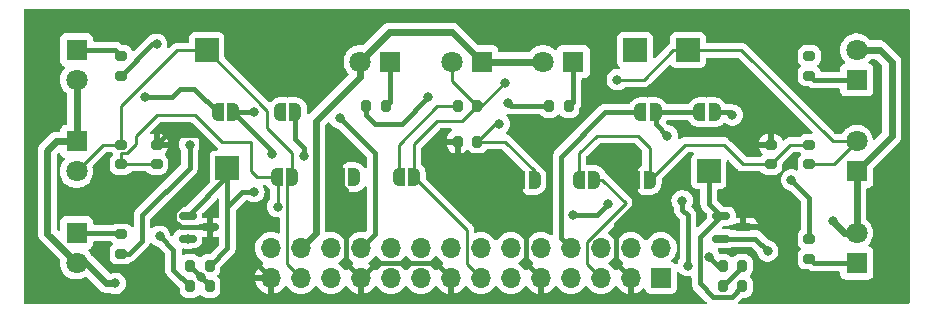
<source format=gbr>
%TF.GenerationSoftware,KiCad,Pcbnew,8.0.1*%
%TF.CreationDate,2024-03-24T15:01:24+02:00*%
%TF.ProjectId,EEE3088_HLDZUH001_Sensing,45454533-3038-4385-9f48-4c445a554830,rev?*%
%TF.SameCoordinates,Original*%
%TF.FileFunction,Copper,L1,Top*%
%TF.FilePolarity,Positive*%
%FSLAX46Y46*%
G04 Gerber Fmt 4.6, Leading zero omitted, Abs format (unit mm)*
G04 Created by KiCad (PCBNEW 8.0.1) date 2024-03-24 15:01:24*
%MOMM*%
%LPD*%
G01*
G04 APERTURE LIST*
G04 Aperture macros list*
%AMRoundRect*
0 Rectangle with rounded corners*
0 $1 Rounding radius*
0 $2 $3 $4 $5 $6 $7 $8 $9 X,Y pos of 4 corners*
0 Add a 4 corners polygon primitive as box body*
4,1,4,$2,$3,$4,$5,$6,$7,$8,$9,$2,$3,0*
0 Add four circle primitives for the rounded corners*
1,1,$1+$1,$2,$3*
1,1,$1+$1,$4,$5*
1,1,$1+$1,$6,$7*
1,1,$1+$1,$8,$9*
0 Add four rect primitives between the rounded corners*
20,1,$1+$1,$2,$3,$4,$5,0*
20,1,$1+$1,$4,$5,$6,$7,0*
20,1,$1+$1,$6,$7,$8,$9,0*
20,1,$1+$1,$8,$9,$2,$3,0*%
%AMFreePoly0*
4,1,19,0.500000,-0.750000,0.000000,-0.750000,0.000000,-0.744911,-0.071157,-0.744911,-0.207708,-0.704816,-0.327430,-0.627875,-0.420627,-0.520320,-0.479746,-0.390866,-0.500000,-0.250000,-0.500000,0.250000,-0.479746,0.390866,-0.420627,0.520320,-0.327430,0.627875,-0.207708,0.704816,-0.071157,0.744911,0.000000,0.744911,0.000000,0.750000,0.500000,0.750000,0.500000,-0.750000,0.500000,-0.750000,
$1*%
%AMFreePoly1*
4,1,19,0.000000,0.744911,0.071157,0.744911,0.207708,0.704816,0.327430,0.627875,0.420627,0.520320,0.479746,0.390866,0.500000,0.250000,0.500000,-0.250000,0.479746,-0.390866,0.420627,-0.520320,0.327430,-0.627875,0.207708,-0.704816,0.071157,-0.744911,0.000000,-0.744911,0.000000,-0.750000,-0.500000,-0.750000,-0.500000,0.750000,0.000000,0.750000,0.000000,0.744911,0.000000,0.744911,
$1*%
G04 Aperture macros list end*
%TA.AperFunction,ComponentPad*%
%ADD10R,1.800000X1.800000*%
%TD*%
%TA.AperFunction,ComponentPad*%
%ADD11C,1.800000*%
%TD*%
%TA.AperFunction,SMDPad,CuDef*%
%ADD12R,2.000000X2.000000*%
%TD*%
%TA.AperFunction,SMDPad,CuDef*%
%ADD13RoundRect,0.200000X-0.200000X-0.275000X0.200000X-0.275000X0.200000X0.275000X-0.200000X0.275000X0*%
%TD*%
%TA.AperFunction,SMDPad,CuDef*%
%ADD14RoundRect,0.200000X0.275000X-0.200000X0.275000X0.200000X-0.275000X0.200000X-0.275000X-0.200000X0*%
%TD*%
%TA.AperFunction,SMDPad,CuDef*%
%ADD15RoundRect,0.200000X0.200000X0.275000X-0.200000X0.275000X-0.200000X-0.275000X0.200000X-0.275000X0*%
%TD*%
%TA.AperFunction,SMDPad,CuDef*%
%ADD16RoundRect,0.200000X-0.275000X0.200000X-0.275000X-0.200000X0.275000X-0.200000X0.275000X0.200000X0*%
%TD*%
%TA.AperFunction,SMDPad,CuDef*%
%ADD17RoundRect,0.150000X-0.587500X-0.150000X0.587500X-0.150000X0.587500X0.150000X-0.587500X0.150000X0*%
%TD*%
%TA.AperFunction,SMDPad,CuDef*%
%ADD18FreePoly0,0.000000*%
%TD*%
%TA.AperFunction,SMDPad,CuDef*%
%ADD19FreePoly1,0.000000*%
%TD*%
%TA.AperFunction,ComponentPad*%
%ADD20R,1.700000X1.700000*%
%TD*%
%TA.AperFunction,ComponentPad*%
%ADD21O,1.700000X1.700000*%
%TD*%
%TA.AperFunction,ViaPad*%
%ADD22C,0.800000*%
%TD*%
%TA.AperFunction,Conductor*%
%ADD23C,0.400000*%
%TD*%
%TA.AperFunction,Conductor*%
%ADD24C,0.250000*%
%TD*%
%TA.AperFunction,Conductor*%
%ADD25C,0.600000*%
%TD*%
G04 APERTURE END LIST*
D10*
%TO.P,D3,1,K*%
%TO.N,Net-(D3-K)*%
X215025000Y-93525000D03*
D11*
%TO.P,D3,2,A*%
%TO.N,+BATT*%
X215025000Y-90985000D03*
%TD*%
%TO.P,D9,2,A*%
%TO.N,/PA3*%
X215025000Y-83235000D03*
D10*
%TO.P,D9,1,K*%
%TO.N,+BATT*%
X215025000Y-85775000D03*
%TD*%
%TO.P,D8,1,K*%
%TO.N,+BATT*%
X183275000Y-76475000D03*
D11*
%TO.P,D8,2,A*%
%TO.N,/PA6*%
X180735000Y-76475000D03*
%TD*%
D10*
%TO.P,D7,1,K*%
%TO.N,+BATT*%
X148975000Y-83225000D03*
D11*
%TO.P,D7,2,A*%
%TO.N,/AB0*%
X148975000Y-85765000D03*
%TD*%
D12*
%TO.P,TP5,1,1*%
%TO.N,Net-(JP4-B)*%
X202500000Y-85750000D03*
%TD*%
%TO.P,TP4,1,1*%
%TO.N,Net-(JP2-B)*%
X161750000Y-85500000D03*
%TD*%
%TO.P,TP3,1,1*%
%TO.N,/PA3*%
X200750000Y-75500000D03*
%TD*%
%TO.P,TP2,1,1*%
%TO.N,/PA6*%
X196250000Y-75500000D03*
%TD*%
%TO.P,TP1,1,1*%
%TO.N,/AB0*%
X160000000Y-75500000D03*
%TD*%
D13*
%TO.P,R16,2*%
%TO.N,Net-(JP4-B)*%
X205325000Y-95500000D03*
%TO.P,R16,1*%
%TO.N,Net-(JP3-B)*%
X203675000Y-95500000D03*
%TD*%
%TO.P,R15,2*%
%TO.N,Net-(JP3-B)*%
X205325000Y-93750000D03*
%TO.P,R15,1*%
%TO.N,/PE15*%
X203675000Y-93750000D03*
%TD*%
%TO.P,R14,1*%
%TO.N,/PE8*%
X158600000Y-95500000D03*
%TO.P,R14,2*%
%TO.N,Net-(JP1-B)*%
X160250000Y-95500000D03*
%TD*%
%TO.P,R13,2*%
%TO.N,Net-(JP2-B)*%
X160250000Y-93750000D03*
%TO.P,R13,1*%
%TO.N,Net-(JP1-B)*%
X158600000Y-93750000D03*
%TD*%
D14*
%TO.P,R12,1*%
%TO.N,Net-(JP10-B)*%
X207750000Y-85150000D03*
%TO.P,R12,2*%
%TO.N,GND*%
X207750000Y-83500000D03*
%TD*%
D15*
%TO.P,R11,1*%
%TO.N,Net-(JP6-A)*%
X182900000Y-83250000D03*
%TO.P,R11,2*%
%TO.N,GND*%
X181250000Y-83250000D03*
%TD*%
D14*
%TO.P,R10,1*%
%TO.N,Net-(JP5-A)*%
X155750000Y-85150000D03*
%TO.P,R10,2*%
%TO.N,GND*%
X155750000Y-83500000D03*
%TD*%
%TO.P,R9,2*%
%TO.N,Net-(JP10-B)*%
X211000000Y-83500000D03*
%TO.P,R9,1*%
%TO.N,/PA3*%
X211000000Y-85150000D03*
%TD*%
D15*
%TO.P,R8,1*%
%TO.N,/PA6*%
X182900000Y-80250000D03*
%TO.P,R8,2*%
%TO.N,Net-(JP6-A)*%
X181250000Y-80250000D03*
%TD*%
D16*
%TO.P,R7,1*%
%TO.N,/AB0*%
X152750000Y-83500000D03*
%TO.P,R7,2*%
%TO.N,Net-(JP5-A)*%
X152750000Y-85150000D03*
%TD*%
D14*
%TO.P,R6,1*%
%TO.N,Net-(D6-K)*%
X211000000Y-77650000D03*
%TO.P,R6,2*%
%TO.N,Net-(Q2-C)*%
X211000000Y-76000000D03*
%TD*%
D15*
%TO.P,R5,1*%
%TO.N,Net-(D5-K)*%
X175150000Y-80250000D03*
%TO.P,R5,2*%
%TO.N,Net-(Q2-C)*%
X173500000Y-80250000D03*
%TD*%
D16*
%TO.P,R4,1*%
%TO.N,Net-(D4-K)*%
X152750000Y-91100000D03*
%TO.P,R4,2*%
%TO.N,Net-(Q2-C)*%
X152750000Y-92750000D03*
%TD*%
D14*
%TO.P,R3,2*%
%TO.N,Net-(Q1-C)*%
X211000000Y-91500000D03*
%TO.P,R3,1*%
%TO.N,Net-(D3-K)*%
X211000000Y-93150000D03*
%TD*%
D15*
%TO.P,R2,1*%
%TO.N,Net-(D2-K)*%
X190650000Y-80250000D03*
%TO.P,R2,2*%
%TO.N,Net-(Q1-C)*%
X189000000Y-80250000D03*
%TD*%
D16*
%TO.P,R1,1*%
%TO.N,Net-(D1-K)*%
X152750000Y-76000000D03*
%TO.P,R1,2*%
%TO.N,Net-(Q1-C)*%
X152750000Y-77650000D03*
%TD*%
D17*
%TO.P,Q2,3,E*%
%TO.N,GND*%
X205437500Y-90500000D03*
%TO.P,Q2,2,C*%
%TO.N,Net-(Q2-C)*%
X203562500Y-91450000D03*
%TO.P,Q2,1,B*%
%TO.N,Net-(JP4-B)*%
X203562500Y-89550000D03*
%TD*%
%TO.P,Q1,1,B*%
%TO.N,Net-(JP2-B)*%
X158375000Y-89550000D03*
%TO.P,Q1,2,C*%
%TO.N,Net-(Q1-C)*%
X158375000Y-91450000D03*
%TO.P,Q1,3,E*%
%TO.N,GND*%
X160250000Y-90500000D03*
%TD*%
D18*
%TO.P,JP10,1,A*%
%TO.N,GND*%
X196200000Y-86500000D03*
D19*
%TO.P,JP10,2,B*%
%TO.N,Net-(JP10-B)*%
X197500000Y-86500000D03*
%TD*%
D18*
%TO.P,JP9,1,A*%
%TO.N,GND*%
X186450000Y-86500000D03*
D19*
%TO.P,JP9,2,B*%
%TO.N,Net-(JP6-A)*%
X187750000Y-86500000D03*
%TD*%
%TO.P,JP8,2,B*%
%TO.N,Net-(JP5-A)*%
X172500000Y-86250000D03*
D18*
%TO.P,JP8,1,A*%
%TO.N,GND*%
X171200000Y-86250000D03*
%TD*%
%TO.P,JP7,1,A*%
%TO.N,Net-(JP10-B)*%
X191500000Y-86500000D03*
D19*
%TO.P,JP7,2,B*%
%TO.N,/PA3*%
X192800000Y-86500000D03*
%TD*%
D18*
%TO.P,JP6,1,A*%
%TO.N,Net-(JP6-A)*%
X176250000Y-86250000D03*
D19*
%TO.P,JP6,2,B*%
%TO.N,/PA6*%
X177550000Y-86250000D03*
%TD*%
D18*
%TO.P,JP5,1,A*%
%TO.N,Net-(JP5-A)*%
X165950000Y-86250000D03*
D19*
%TO.P,JP5,2,B*%
%TO.N,/AB0*%
X167250000Y-86250000D03*
%TD*%
%TO.P,JP4,2,B*%
%TO.N,Net-(JP4-B)*%
X203000000Y-80750000D03*
D18*
%TO.P,JP4,1,A*%
%TO.N,Net-(JP3-B)*%
X201700000Y-80750000D03*
%TD*%
%TO.P,JP3,1,A*%
%TO.N,/PE15*%
X196700000Y-80750000D03*
D19*
%TO.P,JP3,2,B*%
%TO.N,Net-(JP3-B)*%
X198000000Y-80750000D03*
%TD*%
D18*
%TO.P,JP2,1,A*%
%TO.N,Net-(JP1-B)*%
X166200000Y-80750000D03*
D19*
%TO.P,JP2,2,B*%
%TO.N,Net-(JP2-B)*%
X167500000Y-80750000D03*
%TD*%
D18*
%TO.P,JP1,1,A*%
%TO.N,/PE8*%
X160950000Y-80750000D03*
D19*
%TO.P,JP1,2,B*%
%TO.N,Net-(JP1-B)*%
X162250000Y-80750000D03*
%TD*%
D20*
%TO.P,J2,1,Pin_1*%
%TO.N,unconnected-(J2-Pin_1-Pad1)*%
X198450000Y-94790000D03*
D21*
%TO.P,J2,2,Pin_2*%
%TO.N,unconnected-(J2-Pin_2-Pad2)*%
X198450000Y-92250000D03*
%TO.P,J2,3,Pin_3*%
%TO.N,GND*%
X195910000Y-94790000D03*
%TO.P,J2,4,Pin_4*%
%TO.N,+BATT*%
X195910000Y-92250000D03*
%TO.P,J2,5,Pin_5*%
%TO.N,/PA3*%
X193370000Y-94790000D03*
%TO.P,J2,6,Pin_6*%
%TO.N,unconnected-(J2-Pin_6-Pad6)*%
X193370000Y-92250000D03*
%TO.P,J2,7,Pin_7*%
%TO.N,unconnected-(J2-Pin_7-Pad7)*%
X190830000Y-94790000D03*
%TO.P,J2,8,Pin_8*%
%TO.N,/PE15*%
X190830000Y-92250000D03*
%TO.P,J2,9,Pin_9*%
%TO.N,GND*%
X188290000Y-94790000D03*
%TO.P,J2,10,Pin_10*%
%TO.N,unconnected-(J2-Pin_10-Pad10)*%
X188290000Y-92250000D03*
%TO.P,J2,11,Pin_11*%
%TO.N,unconnected-(J2-Pin_11-Pad11)*%
X185750000Y-94790000D03*
%TO.P,J2,12,Pin_12*%
%TO.N,unconnected-(J2-Pin_12-Pad12)*%
X185750000Y-92250000D03*
%TO.P,J2,13,Pin_13*%
%TO.N,/PA6*%
X183210000Y-94790000D03*
%TO.P,J2,14,Pin_14*%
%TO.N,unconnected-(J2-Pin_14-Pad14)*%
X183210000Y-92250000D03*
%TO.P,J2,15,Pin_15*%
%TO.N,GND*%
X180670000Y-94790000D03*
%TO.P,J2,16,Pin_16*%
%TO.N,unconnected-(J2-Pin_16-Pad16)*%
X180670000Y-92250000D03*
%TO.P,J2,17,Pin_17*%
%TO.N,unconnected-(J2-Pin_17-Pad17)*%
X178130000Y-94790000D03*
%TO.P,J2,18,Pin_18*%
%TO.N,unconnected-(J2-Pin_18-Pad18)*%
X178130000Y-92250000D03*
%TO.P,J2,19,Pin_19*%
%TO.N,unconnected-(J2-Pin_19-Pad19)*%
X175590000Y-94790000D03*
%TO.P,J2,20,Pin_20*%
%TO.N,unconnected-(J2-Pin_20-Pad20)*%
X175590000Y-92250000D03*
%TO.P,J2,21,Pin_21*%
%TO.N,GND*%
X173050000Y-94790000D03*
%TO.P,J2,22,Pin_22*%
%TO.N,/PE8*%
X173050000Y-92250000D03*
%TO.P,J2,23,Pin_23*%
%TO.N,unconnected-(J2-Pin_23-Pad23)*%
X170510000Y-94790000D03*
%TO.P,J2,24,Pin_24*%
%TO.N,unconnected-(J2-Pin_24-Pad24)*%
X170510000Y-92250000D03*
%TO.P,J2,25,Pin_25*%
%TO.N,/AB0*%
X167970000Y-94790000D03*
%TO.P,J2,26,Pin_26*%
%TO.N,+BATT*%
X167970000Y-92250000D03*
%TO.P,J2,27,Pin_27*%
%TO.N,GND*%
X165430000Y-94790000D03*
%TO.P,J2,28,Pin_28*%
%TO.N,unconnected-(J2-Pin_28-Pad28)*%
X165430000Y-92250000D03*
%TD*%
D10*
%TO.P,D6,1,K*%
%TO.N,Net-(D6-K)*%
X215025000Y-78025000D03*
D11*
%TO.P,D6,2,A*%
%TO.N,+BATT*%
X215025000Y-75485000D03*
%TD*%
D10*
%TO.P,D5,1,K*%
%TO.N,Net-(D5-K)*%
X175525000Y-76475000D03*
D11*
%TO.P,D5,2,A*%
%TO.N,+BATT*%
X172985000Y-76475000D03*
%TD*%
D10*
%TO.P,D4,1,K*%
%TO.N,Net-(D4-K)*%
X148975000Y-90975000D03*
D11*
%TO.P,D4,2,A*%
%TO.N,+BATT*%
X148975000Y-93515000D03*
%TD*%
D10*
%TO.P,D2,1,K*%
%TO.N,Net-(D2-K)*%
X191025000Y-76475000D03*
D11*
%TO.P,D2,2,A*%
%TO.N,+BATT*%
X188485000Y-76475000D03*
%TD*%
D10*
%TO.P,D1,1,K*%
%TO.N,Net-(D1-K)*%
X148975000Y-75475000D03*
D11*
%TO.P,D1,2,A*%
%TO.N,+BATT*%
X148975000Y-78015000D03*
%TD*%
D22*
%TO.N,GND*%
X160390686Y-90540686D03*
X163000000Y-90500000D03*
%TO.N,/PE8*%
X160950000Y-80750000D03*
X171250000Y-81250000D03*
%TO.N,Net-(Q2-C)*%
X194000000Y-88500000D03*
X191000000Y-89500000D03*
X178750000Y-79500000D03*
%TO.N,Net-(JP1-B)*%
X159550000Y-94700000D03*
X165500000Y-84300000D03*
%TO.N,/PE8*%
X154750000Y-79500000D03*
X156000000Y-91250000D03*
%TO.N,Net-(Q2-C)*%
X211000000Y-76000000D03*
X207500000Y-92500000D03*
%TO.N,Net-(Q1-C)*%
X189000000Y-80250000D03*
X209500000Y-86500000D03*
%TO.N,Net-(JP2-B)*%
X168250000Y-84500000D03*
X164000000Y-87500000D03*
%TO.N,Net-(Q1-C)*%
X185500000Y-80000000D03*
%TO.N,Net-(JP1-B)*%
X166200000Y-80750000D03*
X164000000Y-80750000D03*
%TO.N,/PE15*%
X202550000Y-93000000D03*
%TO.N,Net-(JP3-B)*%
X203675000Y-95500000D03*
X200750000Y-93750000D03*
X200250000Y-88250000D03*
X199000000Y-82750000D03*
%TO.N,Net-(JP4-B)*%
X202500000Y-85750000D03*
X204500000Y-81000000D03*
%TO.N,/PA3*%
X192800000Y-86500000D03*
X194750000Y-78000000D03*
%TO.N,Net-(JP6-A)*%
X184750000Y-81750000D03*
X181250000Y-80250000D03*
%TO.N,/PA6*%
X196250000Y-75500000D03*
X185250000Y-78250000D03*
%TO.N,Net-(JP5-A)*%
X172500000Y-86250000D03*
X166000000Y-88750000D03*
%TO.N,Net-(Q2-C)*%
X173500000Y-80250000D03*
X158550000Y-83500000D03*
%TO.N,Net-(Q1-C)*%
X155750000Y-75000000D03*
X158375000Y-91450000D03*
%TO.N,+BATT*%
X213000000Y-90000000D03*
X152250000Y-95250000D03*
%TD*%
D23*
%TO.N,GND*%
X157805526Y-90500000D02*
X160250000Y-90500000D01*
X159500000Y-86905526D02*
X157237500Y-89168026D01*
X159500000Y-82750000D02*
X159500000Y-86905526D01*
X159450000Y-82700000D02*
X159500000Y-82750000D01*
X157237500Y-89931974D02*
X157805526Y-90500000D01*
X156550000Y-82700000D02*
X159450000Y-82700000D01*
X157237500Y-89168026D02*
X157237500Y-89931974D01*
X155750000Y-83500000D02*
X156550000Y-82700000D01*
%TO.N,Net-(Q2-C)*%
X153400000Y-92750000D02*
X152750000Y-92750000D01*
X154500000Y-89500000D02*
X154500000Y-91650000D01*
X154500000Y-91650000D02*
X153400000Y-92750000D01*
X158550000Y-85450000D02*
X154500000Y-89500000D01*
X158550000Y-83500000D02*
X158550000Y-85450000D01*
%TO.N,GND*%
X163000000Y-92360000D02*
X163000000Y-90500000D01*
X165430000Y-94790000D02*
X163000000Y-92360000D01*
D24*
%TO.N,/PA6*%
X182000000Y-90700000D02*
X182000000Y-93580000D01*
X182000000Y-93580000D02*
X183210000Y-94790000D01*
X177550000Y-86250000D02*
X182000000Y-90700000D01*
%TO.N,Net-(JP10-B)*%
X191500000Y-84250000D02*
X191500000Y-86500000D01*
X193000000Y-82750000D02*
X191500000Y-84250000D01*
X196500000Y-82750000D02*
X193000000Y-82750000D01*
X197500000Y-86500000D02*
X197500000Y-83750000D01*
X197500000Y-83750000D02*
X196500000Y-82750000D01*
%TO.N,/PA6*%
X181650000Y-81500000D02*
X182900000Y-80250000D01*
X179500000Y-81500000D02*
X181650000Y-81500000D01*
X177550000Y-86250000D02*
X177550000Y-83450000D01*
X177550000Y-83450000D02*
X179500000Y-81500000D01*
%TO.N,Net-(JP6-A)*%
X179500000Y-80250000D02*
X176250000Y-83500000D01*
X181250000Y-80250000D02*
X179500000Y-80250000D01*
X176250000Y-83500000D02*
X176250000Y-86250000D01*
D23*
%TO.N,Net-(Q2-C)*%
X173500000Y-81000000D02*
X173500000Y-80250000D01*
X176500000Y-81750000D02*
X174250000Y-81750000D01*
X174250000Y-81750000D02*
X173500000Y-81000000D01*
X178750000Y-79500000D02*
X176500000Y-81750000D01*
D24*
%TO.N,Net-(JP5-A)*%
X164250000Y-86250000D02*
X165950000Y-86250000D01*
X163750000Y-85750000D02*
X164250000Y-86250000D01*
X163750000Y-83250000D02*
X163750000Y-85750000D01*
X159000000Y-81000000D02*
X161250000Y-83250000D01*
X155750000Y-81000000D02*
X159000000Y-81000000D01*
X154000000Y-83473004D02*
X154000000Y-82750000D01*
X154000000Y-82750000D02*
X155750000Y-81000000D01*
X152750000Y-84225000D02*
X153248004Y-84225000D01*
X152750000Y-85150000D02*
X152750000Y-84225000D01*
X161250000Y-83250000D02*
X163750000Y-83250000D01*
X153248004Y-84225000D02*
X154000000Y-83473004D01*
D23*
%TO.N,/PE8*%
X158950000Y-78750000D02*
X160950000Y-80750000D01*
X157775306Y-78750000D02*
X158950000Y-78750000D01*
X154750000Y-79500000D02*
X157025306Y-79500000D01*
X157025306Y-79500000D02*
X157775306Y-78750000D01*
D24*
%TO.N,/AB0*%
X152750000Y-80250000D02*
X157500000Y-75500000D01*
X157500000Y-75500000D02*
X160000000Y-75500000D01*
X152750000Y-83500000D02*
X152750000Y-80250000D01*
D23*
%TO.N,Net-(Q1-C)*%
X155400000Y-75000000D02*
X152750000Y-77650000D01*
X155750000Y-75000000D02*
X155400000Y-75000000D01*
%TO.N,GND*%
X171800000Y-93540000D02*
X171800000Y-87372759D01*
X171200000Y-86772759D02*
X171200000Y-86250000D01*
X173050000Y-94790000D02*
X171800000Y-93540000D01*
X171800000Y-87372759D02*
X171200000Y-86772759D01*
X179380000Y-93500000D02*
X174340000Y-93500000D01*
X180670000Y-94790000D02*
X179380000Y-93500000D01*
X174340000Y-93500000D02*
X173050000Y-94790000D01*
X186450000Y-87450000D02*
X186450000Y-86500000D01*
X187040000Y-88040000D02*
X186450000Y-87450000D01*
X187040000Y-93540000D02*
X187040000Y-88040000D01*
X188290000Y-94790000D02*
X187040000Y-93540000D01*
X196200000Y-88705000D02*
X196200000Y-86500000D01*
X194660000Y-90245000D02*
X196200000Y-88705000D01*
X194660000Y-93540000D02*
X194660000Y-90245000D01*
X195910000Y-94790000D02*
X194660000Y-93540000D01*
D24*
%TO.N,Net-(JP10-B)*%
X200500000Y-83500000D02*
X197500000Y-86500000D01*
X205400000Y-85150000D02*
X203750000Y-83500000D01*
X203750000Y-83500000D02*
X200500000Y-83500000D01*
X207750000Y-85150000D02*
X205400000Y-85150000D01*
D25*
%TO.N,+BATT*%
X149765000Y-93515000D02*
X148975000Y-93515000D01*
X151500000Y-95250000D02*
X149765000Y-93515000D01*
X152250000Y-95250000D02*
X151500000Y-95250000D01*
D23*
%TO.N,/PE8*%
X173050000Y-92250000D02*
X174250000Y-91050000D01*
X174250000Y-91050000D02*
X174250000Y-84250000D01*
X174250000Y-84250000D02*
X171250000Y-81250000D01*
%TO.N,Net-(Q2-C)*%
X193000000Y-89500000D02*
X194000000Y-88500000D01*
X191000000Y-89500000D02*
X193000000Y-89500000D01*
D24*
%TO.N,/PA3*%
X192195000Y-91763299D02*
X192195000Y-93615000D01*
X192195000Y-93615000D02*
X193370000Y-94790000D01*
X193500000Y-86500000D02*
X195479150Y-88479149D01*
X195479150Y-88479149D02*
X192195000Y-91763299D01*
X192800000Y-86500000D02*
X193500000Y-86500000D01*
D23*
%TO.N,/PE15*%
X189980000Y-91400000D02*
X190830000Y-92250000D01*
X189980000Y-84520000D02*
X189980000Y-91400000D01*
X196700000Y-80750000D02*
X193750000Y-80750000D01*
X193750000Y-80750000D02*
X189980000Y-84520000D01*
%TO.N,Net-(JP1-B)*%
X160250000Y-95400000D02*
X159550000Y-94700000D01*
X159550000Y-94700000D02*
X158600000Y-93750000D01*
X165500000Y-84000000D02*
X165500000Y-84300000D01*
X162250000Y-80750000D02*
X165500000Y-84000000D01*
D24*
%TO.N,/AB0*%
X167250000Y-84250000D02*
X167250000Y-86250000D01*
X165114909Y-80614909D02*
X165114909Y-82114909D01*
X160000000Y-75500000D02*
X165114909Y-80614909D01*
X165114909Y-82114909D02*
X167250000Y-84250000D01*
D23*
%TO.N,/PE8*%
X157174264Y-92424264D02*
X156000000Y-91250000D01*
X157174264Y-94074264D02*
X157174264Y-92424264D01*
X158600000Y-95500000D02*
X157174264Y-94074264D01*
%TO.N,Net-(Q2-C)*%
X206450000Y-91450000D02*
X207500000Y-92500000D01*
X203562500Y-91450000D02*
X206450000Y-91450000D01*
%TO.N,Net-(Q1-C)*%
X211000000Y-88000000D02*
X209500000Y-86500000D01*
X211000000Y-91500000D02*
X211000000Y-88000000D01*
%TO.N,Net-(JP2-B)*%
X167500000Y-83000000D02*
X167500000Y-80750000D01*
X168250000Y-84500000D02*
X168250000Y-83750000D01*
X163000000Y-87500000D02*
X164000000Y-87500000D01*
X161750000Y-88750000D02*
X163000000Y-87500000D01*
X168250000Y-83750000D02*
X167500000Y-83000000D01*
X161750000Y-88750000D02*
X161750000Y-92250000D01*
X161750000Y-85500000D02*
X161750000Y-88750000D01*
%TO.N,Net-(Q1-C)*%
X185750000Y-80250000D02*
X185500000Y-80000000D01*
X189000000Y-80250000D02*
X185750000Y-80250000D01*
%TO.N,Net-(JP1-B)*%
X162250000Y-80750000D02*
X164000000Y-80750000D01*
%TO.N,/PE15*%
X203300000Y-93750000D02*
X202550000Y-93000000D01*
X203675000Y-93750000D02*
X203300000Y-93750000D01*
%TO.N,Net-(JP3-B)*%
X200750000Y-89500000D02*
X200750000Y-93750000D01*
X200250000Y-89000000D02*
X200750000Y-89500000D01*
X200250000Y-88250000D02*
X200250000Y-89000000D01*
X198000000Y-81750000D02*
X199000000Y-82750000D01*
X198000000Y-80750000D02*
X198000000Y-81750000D01*
X205325000Y-93850000D02*
X203675000Y-95500000D01*
X205325000Y-93750000D02*
X205325000Y-93850000D01*
%TO.N,Net-(JP4-B)*%
X201750000Y-91362500D02*
X203562500Y-89550000D01*
X202875000Y-96375000D02*
X201750000Y-95250000D01*
X201750000Y-95250000D02*
X201750000Y-91362500D01*
X204450000Y-96375000D02*
X202875000Y-96375000D01*
X205325000Y-95500000D02*
X204450000Y-96375000D01*
X202500000Y-88487500D02*
X202500000Y-85750000D01*
X203562500Y-89550000D02*
X202500000Y-88487500D01*
X204250000Y-80750000D02*
X204500000Y-81000000D01*
X203000000Y-80750000D02*
X204250000Y-80750000D01*
%TO.N,Net-(JP3-B)*%
X201700000Y-80750000D02*
X198000000Y-80750000D01*
%TO.N,Net-(JP1-B)*%
X160250000Y-95500000D02*
X160250000Y-95400000D01*
%TO.N,Net-(JP2-B)*%
X161750000Y-92250000D02*
X160250000Y-93750000D01*
X161750000Y-86175000D02*
X161750000Y-85500000D01*
X158375000Y-89550000D02*
X161750000Y-86175000D01*
D24*
%TO.N,/PA3*%
X197000000Y-78000000D02*
X194750000Y-78000000D01*
X200750000Y-75500000D02*
X199500000Y-75500000D01*
X199500000Y-75500000D02*
X197000000Y-78000000D01*
X212985000Y-83235000D02*
X215025000Y-83235000D01*
X205250000Y-75500000D02*
X212985000Y-83235000D01*
X200750000Y-75500000D02*
X205250000Y-75500000D01*
%TO.N,Net-(JP10-B)*%
X209400000Y-83500000D02*
X207750000Y-85150000D01*
X211000000Y-83500000D02*
X209400000Y-83500000D01*
%TO.N,Net-(JP6-A)*%
X184400000Y-81750000D02*
X182900000Y-83250000D01*
X184750000Y-81750000D02*
X184400000Y-81750000D01*
X185255000Y-83250000D02*
X187750000Y-85745000D01*
X187750000Y-85745000D02*
X187750000Y-86500000D01*
X182900000Y-83250000D02*
X185255000Y-83250000D01*
%TO.N,Net-(JP5-A)*%
X155750000Y-85150000D02*
X152750000Y-85150000D01*
%TO.N,/PA6*%
X183250000Y-80250000D02*
X185250000Y-78250000D01*
X182900000Y-80250000D02*
X183250000Y-80250000D01*
%TO.N,Net-(JP5-A)*%
X166000000Y-86350000D02*
X166000000Y-88750000D01*
X165950000Y-86300000D02*
X166000000Y-86350000D01*
X165950000Y-86250000D02*
X165950000Y-86300000D01*
%TO.N,/AB0*%
X166795000Y-93615000D02*
X167970000Y-94790000D01*
X166795000Y-86705000D02*
X166795000Y-93615000D01*
X167250000Y-86250000D02*
X166795000Y-86705000D01*
%TO.N,/PA3*%
X215025000Y-83235000D02*
X213110000Y-85150000D01*
X213110000Y-85150000D02*
X211000000Y-85150000D01*
%TO.N,/PA6*%
X180735000Y-76475000D02*
X180735000Y-78085000D01*
X180735000Y-78085000D02*
X182900000Y-80250000D01*
D25*
%TO.N,+BATT*%
X169250000Y-90970000D02*
X167970000Y-92250000D01*
X169250000Y-81482792D02*
X169250000Y-90970000D01*
X172985000Y-77747792D02*
X169250000Y-81482792D01*
X172985000Y-76475000D02*
X172985000Y-77747792D01*
X180800000Y-74000000D02*
X183275000Y-76475000D01*
X175460000Y-74000000D02*
X180800000Y-74000000D01*
X172985000Y-76475000D02*
X175460000Y-74000000D01*
X188485000Y-76475000D02*
X183275000Y-76475000D01*
X213985000Y-90985000D02*
X213000000Y-90000000D01*
X215025000Y-90985000D02*
X213985000Y-90985000D01*
X216985000Y-75485000D02*
X215025000Y-75485000D01*
X218000000Y-82800000D02*
X218000000Y-76500000D01*
X215025000Y-85775000D02*
X218000000Y-82800000D01*
X218000000Y-76500000D02*
X216985000Y-75485000D01*
X215025000Y-90985000D02*
X215025000Y-85775000D01*
D23*
%TO.N,Net-(D5-K)*%
X175525000Y-79875000D02*
X175150000Y-80250000D01*
X175525000Y-76475000D02*
X175525000Y-79875000D01*
%TO.N,Net-(D2-K)*%
X191025000Y-79875000D02*
X190650000Y-80250000D01*
X191025000Y-76475000D02*
X191025000Y-79875000D01*
%TO.N,Net-(D6-K)*%
X211375000Y-78025000D02*
X211000000Y-77650000D01*
X215025000Y-78025000D02*
X211375000Y-78025000D01*
%TO.N,Net-(D3-K)*%
X211375000Y-93525000D02*
X211000000Y-93150000D01*
X215025000Y-93525000D02*
X211375000Y-93525000D01*
%TO.N,Net-(D4-K)*%
X152625000Y-90975000D02*
X152750000Y-91100000D01*
X148975000Y-90975000D02*
X152625000Y-90975000D01*
%TO.N,Net-(D1-K)*%
X152225000Y-75475000D02*
X152750000Y-76000000D01*
X148975000Y-75475000D02*
X152225000Y-75475000D01*
D25*
%TO.N,+BATT*%
X146500000Y-91040000D02*
X146500000Y-84000000D01*
X148975000Y-93515000D02*
X146500000Y-91040000D01*
X146500000Y-84000000D02*
X147275000Y-83225000D01*
X147275000Y-83225000D02*
X148975000Y-83225000D01*
X148975000Y-83225000D02*
X148975000Y-78015000D01*
D24*
%TO.N,/AB0*%
X148975000Y-85765000D02*
X151240000Y-83500000D01*
X151240000Y-83500000D02*
X152750000Y-83500000D01*
%TD*%
%TA.AperFunction,Conductor*%
%TO.N,GND*%
G36*
X219443039Y-72019685D02*
G01*
X219488794Y-72072489D01*
X219500000Y-72124000D01*
X219500000Y-96876000D01*
X219480315Y-96943039D01*
X219427511Y-96988794D01*
X219376000Y-97000000D01*
X205115020Y-97000000D01*
X205047981Y-96980315D01*
X205002226Y-96927511D01*
X204992282Y-96858353D01*
X205021307Y-96794797D01*
X205027339Y-96788319D01*
X205303838Y-96511819D01*
X205365161Y-96478334D01*
X205391519Y-96475500D01*
X205581613Y-96475500D01*
X205581616Y-96475500D01*
X205652196Y-96469086D01*
X205814606Y-96418478D01*
X205960185Y-96330472D01*
X206080472Y-96210185D01*
X206168478Y-96064606D01*
X206219086Y-95902196D01*
X206225500Y-95831616D01*
X206225500Y-95168384D01*
X206219086Y-95097804D01*
X206168478Y-94935394D01*
X206080472Y-94789815D01*
X206080470Y-94789813D01*
X206080469Y-94789811D01*
X206003339Y-94712681D01*
X205969854Y-94651358D01*
X205974838Y-94581666D01*
X206003339Y-94537319D01*
X206080468Y-94460189D01*
X206080469Y-94460188D01*
X206080472Y-94460185D01*
X206168478Y-94314606D01*
X206219086Y-94152196D01*
X206225500Y-94081616D01*
X206225500Y-93418384D01*
X206219086Y-93347804D01*
X206168478Y-93185394D01*
X206080472Y-93039815D01*
X206080470Y-93039813D01*
X206080469Y-93039811D01*
X205960188Y-92919530D01*
X205916651Y-92893211D01*
X205814606Y-92831522D01*
X205652196Y-92780914D01*
X205652194Y-92780913D01*
X205652192Y-92780913D01*
X205602778Y-92776423D01*
X205581616Y-92774500D01*
X205068384Y-92774500D01*
X205049145Y-92776248D01*
X204997807Y-92780913D01*
X204835393Y-92831522D01*
X204689811Y-92919530D01*
X204689810Y-92919531D01*
X204587681Y-93021661D01*
X204526358Y-93055146D01*
X204456666Y-93050162D01*
X204412319Y-93021661D01*
X204310188Y-92919530D01*
X204266651Y-92893211D01*
X204164606Y-92831522D01*
X204002196Y-92780914D01*
X204002194Y-92780913D01*
X204002192Y-92780913D01*
X203952778Y-92776423D01*
X203931616Y-92774500D01*
X203931613Y-92774500D01*
X203513664Y-92774500D01*
X203446625Y-92754815D01*
X203400870Y-92702011D01*
X203395733Y-92688818D01*
X203377181Y-92631722D01*
X203377180Y-92631721D01*
X203377179Y-92631716D01*
X203282533Y-92467784D01*
X203273247Y-92457471D01*
X203243018Y-92394481D01*
X203251643Y-92325145D01*
X203296385Y-92271480D01*
X203363037Y-92250522D01*
X203365398Y-92250500D01*
X204215686Y-92250500D01*
X204215694Y-92250500D01*
X204252569Y-92247598D01*
X204252571Y-92247597D01*
X204252573Y-92247597D01*
X204306309Y-92231985D01*
X204410398Y-92201744D01*
X204467848Y-92167767D01*
X204530969Y-92150500D01*
X206108481Y-92150500D01*
X206175520Y-92170185D01*
X206196162Y-92186819D01*
X206573495Y-92564152D01*
X206606980Y-92625475D01*
X206609134Y-92638869D01*
X206614325Y-92688249D01*
X206614326Y-92688256D01*
X206614327Y-92688259D01*
X206672818Y-92868277D01*
X206672821Y-92868284D01*
X206767467Y-93032216D01*
X206877867Y-93154827D01*
X206894129Y-93172888D01*
X207047265Y-93284148D01*
X207047270Y-93284151D01*
X207220192Y-93361142D01*
X207220197Y-93361144D01*
X207405354Y-93400500D01*
X207405355Y-93400500D01*
X207594644Y-93400500D01*
X207594646Y-93400500D01*
X207779803Y-93361144D01*
X207952730Y-93284151D01*
X208105871Y-93172888D01*
X208232533Y-93032216D01*
X208327179Y-92868284D01*
X208385674Y-92688256D01*
X208405460Y-92500000D01*
X208385674Y-92311744D01*
X208327179Y-92131716D01*
X208232533Y-91967784D01*
X208105871Y-91827112D01*
X208098868Y-91822024D01*
X207952734Y-91715851D01*
X207952729Y-91715848D01*
X207779807Y-91638857D01*
X207779802Y-91638855D01*
X207628938Y-91606789D01*
X207624872Y-91605924D01*
X207563391Y-91572733D01*
X207562973Y-91572316D01*
X206896546Y-90905888D01*
X206896545Y-90905887D01*
X206781809Y-90829223D01*
X206748155Y-90815284D01*
X206704552Y-90784895D01*
X206672295Y-90750000D01*
X206530162Y-90750000D01*
X206519984Y-90749500D01*
X206518994Y-90749500D01*
X206518993Y-90749500D01*
X204530969Y-90749500D01*
X204467848Y-90732232D01*
X204443419Y-90717785D01*
X204410398Y-90698256D01*
X204410397Y-90698255D01*
X204410396Y-90698255D01*
X204410393Y-90698254D01*
X204252573Y-90652402D01*
X204252567Y-90652401D01*
X204215701Y-90649500D01*
X204215694Y-90649500D01*
X203753019Y-90649500D01*
X203685980Y-90629815D01*
X203640225Y-90577011D01*
X203630281Y-90507853D01*
X203659306Y-90444297D01*
X203665338Y-90437819D01*
X203716338Y-90386819D01*
X203777661Y-90353334D01*
X203804019Y-90350500D01*
X204215686Y-90350500D01*
X204215694Y-90350500D01*
X204252569Y-90347598D01*
X204252571Y-90347597D01*
X204252573Y-90347597D01*
X204294191Y-90335505D01*
X204410398Y-90301744D01*
X204468694Y-90267268D01*
X204531815Y-90250000D01*
X205187500Y-90250000D01*
X205187500Y-89700000D01*
X205687500Y-89700000D01*
X205687500Y-90250000D01*
X206672295Y-90250000D01*
X206672295Y-90249998D01*
X206672100Y-90247513D01*
X206626281Y-90089801D01*
X206542685Y-89948447D01*
X206542678Y-89948438D01*
X206426561Y-89832321D01*
X206426552Y-89832314D01*
X206285196Y-89748717D01*
X206285193Y-89748716D01*
X206127495Y-89702900D01*
X206127489Y-89702899D01*
X206090649Y-89700000D01*
X205687500Y-89700000D01*
X205187500Y-89700000D01*
X204924500Y-89700000D01*
X204857461Y-89680315D01*
X204811706Y-89627511D01*
X204800500Y-89576000D01*
X204800500Y-89334313D01*
X204800499Y-89334298D01*
X204800303Y-89331811D01*
X204797598Y-89297431D01*
X204797088Y-89295677D01*
X204763836Y-89181224D01*
X204751744Y-89139602D01*
X204668081Y-88998135D01*
X204668079Y-88998133D01*
X204668076Y-88998129D01*
X204551870Y-88881923D01*
X204551862Y-88881917D01*
X204410396Y-88798255D01*
X204410393Y-88798254D01*
X204252573Y-88752402D01*
X204252567Y-88752401D01*
X204215701Y-88749500D01*
X204215694Y-88749500D01*
X203804019Y-88749500D01*
X203736980Y-88729815D01*
X203716338Y-88713181D01*
X203236819Y-88233662D01*
X203203334Y-88172339D01*
X203200500Y-88145981D01*
X203200500Y-87374499D01*
X203220185Y-87307460D01*
X203272989Y-87261705D01*
X203324500Y-87250499D01*
X203547871Y-87250499D01*
X203547872Y-87250499D01*
X203607483Y-87244091D01*
X203742331Y-87193796D01*
X203857546Y-87107546D01*
X203943796Y-86992331D01*
X203994091Y-86857483D01*
X204000500Y-86797873D01*
X204000499Y-84934450D01*
X204020184Y-84867412D01*
X204072987Y-84821657D01*
X204142146Y-84811713D01*
X204205702Y-84840738D01*
X204212176Y-84846766D01*
X204914141Y-85548732D01*
X204914142Y-85548733D01*
X204961436Y-85596027D01*
X205001268Y-85635859D01*
X205103707Y-85704307D01*
X205103713Y-85704310D01*
X205103714Y-85704311D01*
X205217548Y-85751463D01*
X205277971Y-85763481D01*
X205338393Y-85775500D01*
X205338394Y-85775500D01*
X206858480Y-85775500D01*
X206925519Y-85795185D01*
X206946161Y-85811819D01*
X207039811Y-85905469D01*
X207039813Y-85905470D01*
X207039815Y-85905472D01*
X207185394Y-85993478D01*
X207347804Y-86044086D01*
X207418384Y-86050500D01*
X207418387Y-86050500D01*
X208081613Y-86050500D01*
X208081616Y-86050500D01*
X208152196Y-86044086D01*
X208314606Y-85993478D01*
X208460185Y-85905472D01*
X208580472Y-85785185D01*
X208668478Y-85639606D01*
X208719086Y-85477196D01*
X208725500Y-85406616D01*
X208725500Y-85110452D01*
X208745185Y-85043413D01*
X208761819Y-85022771D01*
X209622772Y-84161819D01*
X209684095Y-84128334D01*
X209710453Y-84125500D01*
X210108480Y-84125500D01*
X210175519Y-84145185D01*
X210196161Y-84161819D01*
X210271661Y-84237319D01*
X210305146Y-84298642D01*
X210300162Y-84368334D01*
X210271661Y-84412681D01*
X210169531Y-84514810D01*
X210169530Y-84514811D01*
X210081522Y-84660393D01*
X210030913Y-84822807D01*
X210024500Y-84893386D01*
X210024500Y-85406613D01*
X210030914Y-85477196D01*
X210048327Y-85533079D01*
X210049477Y-85602939D01*
X210012675Y-85662331D01*
X209949606Y-85692398D01*
X209880293Y-85683594D01*
X209879505Y-85683246D01*
X209779807Y-85638857D01*
X209779802Y-85638855D01*
X209610825Y-85602939D01*
X209594646Y-85599500D01*
X209405354Y-85599500D01*
X209389175Y-85602939D01*
X209220197Y-85638855D01*
X209220192Y-85638857D01*
X209047270Y-85715848D01*
X209047265Y-85715851D01*
X208894129Y-85827111D01*
X208767466Y-85967785D01*
X208672821Y-86131715D01*
X208672818Y-86131722D01*
X208638982Y-86235860D01*
X208614326Y-86311744D01*
X208594540Y-86500000D01*
X208614326Y-86688256D01*
X208614327Y-86688259D01*
X208672818Y-86868277D01*
X208672821Y-86868284D01*
X208767467Y-87032216D01*
X208857063Y-87131722D01*
X208894129Y-87172888D01*
X209047265Y-87284148D01*
X209047270Y-87284151D01*
X209220191Y-87361142D01*
X209220193Y-87361142D01*
X209220197Y-87361144D01*
X209375131Y-87394076D01*
X209436608Y-87427266D01*
X209436823Y-87427480D01*
X209867572Y-87858228D01*
X210263181Y-88253837D01*
X210296666Y-88315160D01*
X210299500Y-88341518D01*
X210299500Y-90683480D01*
X210279815Y-90750519D01*
X210263181Y-90771161D01*
X210169531Y-90864810D01*
X210169530Y-90864811D01*
X210081522Y-91010393D01*
X210030913Y-91172807D01*
X210024500Y-91243386D01*
X210024500Y-91756613D01*
X210030913Y-91827192D01*
X210030913Y-91827194D01*
X210030914Y-91827196D01*
X210081522Y-91989606D01*
X210157211Y-92114811D01*
X210169530Y-92135188D01*
X210271661Y-92237319D01*
X210305146Y-92298642D01*
X210300162Y-92368334D01*
X210271661Y-92412681D01*
X210169531Y-92514810D01*
X210169530Y-92514811D01*
X210081522Y-92660393D01*
X210030913Y-92822807D01*
X210026781Y-92868284D01*
X210024500Y-92893384D01*
X210024500Y-93406616D01*
X210025570Y-93418386D01*
X210030913Y-93477192D01*
X210030913Y-93477194D01*
X210030914Y-93477196D01*
X210081522Y-93639606D01*
X210155785Y-93762452D01*
X210169530Y-93785188D01*
X210289811Y-93905469D01*
X210289813Y-93905470D01*
X210289815Y-93905472D01*
X210435394Y-93993478D01*
X210597804Y-94044086D01*
X210668384Y-94050500D01*
X210862984Y-94050500D01*
X210930023Y-94070185D01*
X210931874Y-94071398D01*
X211043186Y-94145774D01*
X211043190Y-94145776D01*
X211135108Y-94183849D01*
X211170672Y-94198580D01*
X211170676Y-94198580D01*
X211170677Y-94198581D01*
X211306003Y-94225500D01*
X211306006Y-94225500D01*
X211306007Y-94225500D01*
X213500501Y-94225500D01*
X213567540Y-94245185D01*
X213613295Y-94297989D01*
X213624501Y-94349500D01*
X213624501Y-94472876D01*
X213630908Y-94532483D01*
X213681202Y-94667328D01*
X213681206Y-94667335D01*
X213767452Y-94782544D01*
X213767455Y-94782547D01*
X213882664Y-94868793D01*
X213882671Y-94868797D01*
X214017517Y-94919091D01*
X214017516Y-94919091D01*
X214024444Y-94919835D01*
X214077127Y-94925500D01*
X215972872Y-94925499D01*
X216032483Y-94919091D01*
X216167331Y-94868796D01*
X216282546Y-94782546D01*
X216368796Y-94667331D01*
X216419091Y-94532483D01*
X216425500Y-94472873D01*
X216425499Y-92577128D01*
X216419091Y-92517517D01*
X216418083Y-92514815D01*
X216368797Y-92382671D01*
X216368793Y-92382664D01*
X216282547Y-92267455D01*
X216282544Y-92267452D01*
X216167335Y-92181206D01*
X216167328Y-92181202D01*
X216087094Y-92151277D01*
X216031160Y-92109406D01*
X216006743Y-92043941D01*
X216021595Y-91975668D01*
X216039190Y-91951121D01*
X216133979Y-91848153D01*
X216260924Y-91653849D01*
X216354157Y-91441300D01*
X216411134Y-91216305D01*
X216411135Y-91216297D01*
X216430300Y-90985006D01*
X216430300Y-90984993D01*
X216411135Y-90753702D01*
X216411133Y-90753691D01*
X216354157Y-90528699D01*
X216260924Y-90316151D01*
X216133983Y-90121852D01*
X216133980Y-90121849D01*
X216133979Y-90121847D01*
X215976784Y-89951087D01*
X215976779Y-89951083D01*
X215976777Y-89951081D01*
X215873338Y-89870571D01*
X215832525Y-89813861D01*
X215825500Y-89772718D01*
X215825500Y-87299499D01*
X215845185Y-87232460D01*
X215897989Y-87186705D01*
X215949500Y-87175499D01*
X215972871Y-87175499D01*
X215972872Y-87175499D01*
X216032483Y-87169091D01*
X216167331Y-87118796D01*
X216282546Y-87032546D01*
X216368796Y-86917331D01*
X216419091Y-86782483D01*
X216425500Y-86722873D01*
X216425499Y-85557938D01*
X216445184Y-85490900D01*
X216461813Y-85470263D01*
X218621788Y-83310290D01*
X218621789Y-83310289D01*
X218709394Y-83179179D01*
X218761469Y-83053458D01*
X218769737Y-83033498D01*
X218800500Y-82878843D01*
X218800500Y-82721158D01*
X218800500Y-76421158D01*
X218794098Y-76388973D01*
X218785977Y-76348147D01*
X218774069Y-76288279D01*
X218769738Y-76266503D01*
X218709394Y-76120821D01*
X218709392Y-76120818D01*
X218709390Y-76120814D01*
X218621789Y-75989711D01*
X218621786Y-75989707D01*
X217495292Y-74863213D01*
X217495288Y-74863210D01*
X217364185Y-74775609D01*
X217364172Y-74775602D01*
X217218501Y-74715264D01*
X217218489Y-74715261D01*
X217063845Y-74684500D01*
X217063842Y-74684500D01*
X216242018Y-74684500D01*
X216174979Y-74664815D01*
X216138209Y-74628321D01*
X216133980Y-74621849D01*
X216133979Y-74621847D01*
X215976784Y-74451087D01*
X215976779Y-74451083D01*
X215976777Y-74451081D01*
X215793634Y-74308535D01*
X215793628Y-74308531D01*
X215589504Y-74198064D01*
X215589495Y-74198061D01*
X215369984Y-74122702D01*
X215198282Y-74094050D01*
X215141049Y-74084500D01*
X214908951Y-74084500D01*
X214863164Y-74092140D01*
X214680015Y-74122702D01*
X214460504Y-74198061D01*
X214460495Y-74198064D01*
X214256371Y-74308531D01*
X214256365Y-74308535D01*
X214073222Y-74451081D01*
X214073219Y-74451084D01*
X214073216Y-74451086D01*
X214073216Y-74451087D01*
X214014267Y-74515122D01*
X213916016Y-74621852D01*
X213789075Y-74816151D01*
X213695842Y-75028699D01*
X213638866Y-75253691D01*
X213638864Y-75253702D01*
X213619700Y-75484993D01*
X213619700Y-75485006D01*
X213638864Y-75716297D01*
X213638866Y-75716308D01*
X213695842Y-75941300D01*
X213789075Y-76153848D01*
X213916016Y-76348147D01*
X213916019Y-76348150D01*
X213916021Y-76348153D01*
X214010803Y-76451114D01*
X214041724Y-76513767D01*
X214033864Y-76583193D01*
X213989716Y-76637348D01*
X213962906Y-76651277D01*
X213882669Y-76681203D01*
X213882664Y-76681206D01*
X213767455Y-76767452D01*
X213767452Y-76767455D01*
X213681206Y-76882664D01*
X213681202Y-76882671D01*
X213630908Y-77017517D01*
X213628698Y-77038079D01*
X213624501Y-77077123D01*
X213624500Y-77077135D01*
X213624500Y-77200500D01*
X213604815Y-77267539D01*
X213552011Y-77313294D01*
X213500500Y-77324500D01*
X212060856Y-77324500D01*
X211993817Y-77304815D01*
X211948062Y-77252011D01*
X211942470Y-77237390D01*
X211918478Y-77160394D01*
X211830472Y-77014815D01*
X211830470Y-77014813D01*
X211830469Y-77014811D01*
X211728339Y-76912681D01*
X211694854Y-76851358D01*
X211699838Y-76781666D01*
X211728339Y-76737319D01*
X211830468Y-76635189D01*
X211830469Y-76635188D01*
X211830472Y-76635185D01*
X211918478Y-76489606D01*
X211969086Y-76327196D01*
X211975500Y-76256616D01*
X211975500Y-75743384D01*
X211969086Y-75672804D01*
X211918478Y-75510394D01*
X211830472Y-75364815D01*
X211830470Y-75364813D01*
X211830469Y-75364811D01*
X211710188Y-75244530D01*
X211616782Y-75188064D01*
X211564606Y-75156522D01*
X211402196Y-75105914D01*
X211402194Y-75105913D01*
X211402192Y-75105913D01*
X211351060Y-75101267D01*
X211331616Y-75099500D01*
X210668384Y-75099500D01*
X210649145Y-75101248D01*
X210597807Y-75105913D01*
X210435393Y-75156522D01*
X210289811Y-75244530D01*
X210169530Y-75364811D01*
X210081522Y-75510393D01*
X210030913Y-75672807D01*
X210025782Y-75729275D01*
X210024500Y-75743384D01*
X210024500Y-76256616D01*
X210025399Y-76266510D01*
X210030913Y-76327192D01*
X210030913Y-76327194D01*
X210030914Y-76327196D01*
X210081522Y-76489606D01*
X210152781Y-76607483D01*
X210169530Y-76635188D01*
X210271661Y-76737319D01*
X210305146Y-76798642D01*
X210300162Y-76868334D01*
X210271661Y-76912681D01*
X210169531Y-77014810D01*
X210169530Y-77014811D01*
X210081522Y-77160393D01*
X210030913Y-77322807D01*
X210028792Y-77346151D01*
X210024912Y-77388856D01*
X210024500Y-77393386D01*
X210024500Y-77906613D01*
X210030913Y-77977192D01*
X210030913Y-77977194D01*
X210030914Y-77977196D01*
X210081522Y-78139606D01*
X210153142Y-78258080D01*
X210169530Y-78285188D01*
X210289811Y-78405469D01*
X210289813Y-78405470D01*
X210289815Y-78405472D01*
X210435394Y-78493478D01*
X210597804Y-78544086D01*
X210668384Y-78550500D01*
X210862984Y-78550500D01*
X210930023Y-78570185D01*
X210931874Y-78571398D01*
X211043186Y-78645774D01*
X211043190Y-78645776D01*
X211135108Y-78683849D01*
X211170672Y-78698580D01*
X211170676Y-78698580D01*
X211170677Y-78698581D01*
X211306003Y-78725500D01*
X211306006Y-78725500D01*
X211306007Y-78725500D01*
X213500501Y-78725500D01*
X213567540Y-78745185D01*
X213613295Y-78797989D01*
X213624501Y-78849500D01*
X213624501Y-78972876D01*
X213630908Y-79032483D01*
X213681202Y-79167328D01*
X213681206Y-79167335D01*
X213767452Y-79282544D01*
X213767455Y-79282547D01*
X213882664Y-79368793D01*
X213882671Y-79368797D01*
X214017517Y-79419091D01*
X214017516Y-79419091D01*
X214021600Y-79419530D01*
X214077127Y-79425500D01*
X215972872Y-79425499D01*
X216032483Y-79419091D01*
X216167331Y-79368796D01*
X216282546Y-79282546D01*
X216368796Y-79167331D01*
X216419091Y-79032483D01*
X216425500Y-78972873D01*
X216425499Y-77077128D01*
X216419091Y-77017517D01*
X216418083Y-77014815D01*
X216368797Y-76882671D01*
X216368793Y-76882664D01*
X216282547Y-76767455D01*
X216282544Y-76767452D01*
X216167335Y-76681206D01*
X216167328Y-76681202D01*
X216087094Y-76651277D01*
X216031160Y-76609406D01*
X216006743Y-76543941D01*
X216021595Y-76475668D01*
X216039191Y-76451120D01*
X216133979Y-76348153D01*
X216138209Y-76341679D01*
X216191355Y-76296322D01*
X216242018Y-76285500D01*
X216602060Y-76285500D01*
X216669099Y-76305185D01*
X216689741Y-76321819D01*
X217163181Y-76795259D01*
X217196666Y-76856582D01*
X217199500Y-76882940D01*
X217199500Y-82417059D01*
X217179815Y-82484098D01*
X217163181Y-82504740D01*
X216616589Y-83051332D01*
X216555266Y-83084817D01*
X216485574Y-83079833D01*
X216429641Y-83037961D01*
X216408702Y-82994091D01*
X216354157Y-82778699D01*
X216260924Y-82566151D01*
X216133983Y-82371852D01*
X216133980Y-82371849D01*
X216133979Y-82371847D01*
X215976784Y-82201087D01*
X215976779Y-82201083D01*
X215976777Y-82201081D01*
X215793634Y-82058535D01*
X215793628Y-82058531D01*
X215589504Y-81948064D01*
X215589495Y-81948061D01*
X215369984Y-81872702D01*
X215198282Y-81844050D01*
X215141049Y-81834500D01*
X214908951Y-81834500D01*
X214863164Y-81842140D01*
X214680015Y-81872702D01*
X214460504Y-81948061D01*
X214460495Y-81948064D01*
X214256371Y-82058531D01*
X214256365Y-82058535D01*
X214073222Y-82201081D01*
X214073219Y-82201084D01*
X214073216Y-82201086D01*
X214073216Y-82201087D01*
X214046678Y-82229915D01*
X213916016Y-82371852D01*
X213797458Y-82553321D01*
X213744311Y-82598678D01*
X213693649Y-82609500D01*
X213295452Y-82609500D01*
X213228413Y-82589815D01*
X213207771Y-82573181D01*
X205740198Y-75105608D01*
X205740178Y-75105586D01*
X205648733Y-75014141D01*
X205597509Y-74979915D01*
X205546286Y-74945688D01*
X205546283Y-74945686D01*
X205546280Y-74945685D01*
X205465792Y-74912347D01*
X205432453Y-74898537D01*
X205422427Y-74896543D01*
X205372029Y-74886518D01*
X205371954Y-74886503D01*
X205311610Y-74874500D01*
X205311607Y-74874500D01*
X205311606Y-74874500D01*
X202374499Y-74874500D01*
X202307460Y-74854815D01*
X202261705Y-74802011D01*
X202250499Y-74750500D01*
X202250499Y-74452129D01*
X202250498Y-74452123D01*
X202250497Y-74452116D01*
X202244091Y-74392517D01*
X202239133Y-74379225D01*
X202193797Y-74257671D01*
X202193793Y-74257664D01*
X202107547Y-74142455D01*
X202107544Y-74142452D01*
X201992335Y-74056206D01*
X201992328Y-74056202D01*
X201857482Y-74005908D01*
X201857483Y-74005908D01*
X201797883Y-73999501D01*
X201797881Y-73999500D01*
X201797873Y-73999500D01*
X201797864Y-73999500D01*
X199702129Y-73999500D01*
X199702123Y-73999501D01*
X199642516Y-74005908D01*
X199507671Y-74056202D01*
X199507664Y-74056206D01*
X199392455Y-74142452D01*
X199392452Y-74142455D01*
X199306206Y-74257664D01*
X199306202Y-74257671D01*
X199255908Y-74392517D01*
X199249612Y-74451081D01*
X199249501Y-74452123D01*
X199249500Y-74452135D01*
X199249500Y-74848816D01*
X199229815Y-74915855D01*
X199194391Y-74951918D01*
X199101268Y-75014140D01*
X199077228Y-75038181D01*
X199014142Y-75101267D01*
X197962180Y-76153229D01*
X197900857Y-76186714D01*
X197831165Y-76181730D01*
X197775232Y-76139858D01*
X197750815Y-76074394D01*
X197750499Y-76065548D01*
X197750499Y-74452129D01*
X197750498Y-74452123D01*
X197750497Y-74452116D01*
X197744091Y-74392517D01*
X197739133Y-74379225D01*
X197693797Y-74257671D01*
X197693793Y-74257664D01*
X197607547Y-74142455D01*
X197607544Y-74142452D01*
X197492335Y-74056206D01*
X197492328Y-74056202D01*
X197357482Y-74005908D01*
X197357483Y-74005908D01*
X197297883Y-73999501D01*
X197297881Y-73999500D01*
X197297873Y-73999500D01*
X197297864Y-73999500D01*
X195202129Y-73999500D01*
X195202123Y-73999501D01*
X195142516Y-74005908D01*
X195007671Y-74056202D01*
X195007664Y-74056206D01*
X194892455Y-74142452D01*
X194892452Y-74142455D01*
X194806206Y-74257664D01*
X194806202Y-74257671D01*
X194755908Y-74392517D01*
X194749612Y-74451081D01*
X194749501Y-74452123D01*
X194749500Y-74452135D01*
X194749500Y-76547870D01*
X194749501Y-76547876D01*
X194755908Y-76607483D01*
X194806202Y-76742328D01*
X194806206Y-76742335D01*
X194892452Y-76857544D01*
X194892453Y-76857544D01*
X194892454Y-76857546D01*
X194917418Y-76876234D01*
X194959288Y-76932168D01*
X194964272Y-77001860D01*
X194930786Y-77063182D01*
X194869462Y-77096667D01*
X194843106Y-77099500D01*
X194655354Y-77099500D01*
X194622897Y-77106398D01*
X194470197Y-77138855D01*
X194470192Y-77138857D01*
X194297270Y-77215848D01*
X194297265Y-77215851D01*
X194144129Y-77327111D01*
X194017466Y-77467785D01*
X193922821Y-77631715D01*
X193922818Y-77631722D01*
X193864327Y-77811740D01*
X193864326Y-77811744D01*
X193844540Y-78000000D01*
X193864326Y-78188256D01*
X193864327Y-78188259D01*
X193922818Y-78368277D01*
X193922821Y-78368284D01*
X194017467Y-78532216D01*
X194119716Y-78645775D01*
X194144129Y-78672888D01*
X194297265Y-78784148D01*
X194297270Y-78784151D01*
X194470192Y-78861142D01*
X194470197Y-78861144D01*
X194655354Y-78900500D01*
X194655355Y-78900500D01*
X194844644Y-78900500D01*
X194844646Y-78900500D01*
X195029803Y-78861144D01*
X195202730Y-78784151D01*
X195355871Y-78672888D01*
X195358788Y-78669647D01*
X195361600Y-78666526D01*
X195421087Y-78629879D01*
X195453748Y-78625500D01*
X197061607Y-78625500D01*
X197122029Y-78613481D01*
X197182452Y-78601463D01*
X197232496Y-78580734D01*
X197296286Y-78554312D01*
X197296289Y-78554309D01*
X197296291Y-78554309D01*
X197351333Y-78517530D01*
X197351335Y-78517528D01*
X197398733Y-78485858D01*
X197485858Y-78398733D01*
X197485859Y-78398730D01*
X197492925Y-78391665D01*
X197492928Y-78391661D01*
X199134829Y-76749759D01*
X199196150Y-76716276D01*
X199265842Y-76721260D01*
X199321774Y-76763131D01*
X199392452Y-76857544D01*
X199392455Y-76857547D01*
X199507664Y-76943793D01*
X199507671Y-76943797D01*
X199642517Y-76994091D01*
X199642516Y-76994091D01*
X199649444Y-76994835D01*
X199702127Y-77000500D01*
X201797872Y-77000499D01*
X201857483Y-76994091D01*
X201992331Y-76943796D01*
X202107546Y-76857546D01*
X202193796Y-76742331D01*
X202244091Y-76607483D01*
X202250500Y-76547873D01*
X202250500Y-76249500D01*
X202270185Y-76182461D01*
X202322989Y-76136706D01*
X202374500Y-76125500D01*
X204939548Y-76125500D01*
X205006587Y-76145185D01*
X205027229Y-76161819D01*
X211253229Y-82387819D01*
X211286714Y-82449142D01*
X211281730Y-82518834D01*
X211239858Y-82574767D01*
X211174394Y-82599184D01*
X211165548Y-82599500D01*
X210668384Y-82599500D01*
X210649145Y-82601248D01*
X210597807Y-82605913D01*
X210435393Y-82656522D01*
X210289811Y-82744530D01*
X210289810Y-82744531D01*
X210196161Y-82838181D01*
X210134838Y-82871666D01*
X210108480Y-82874500D01*
X209338389Y-82874500D01*
X209277971Y-82886518D01*
X209237602Y-82894548D01*
X209217546Y-82898537D01*
X209103715Y-82945688D01*
X209103711Y-82945690D01*
X209006881Y-83010389D01*
X209006882Y-83010390D01*
X209001269Y-83014140D01*
X208893075Y-83122334D01*
X208831752Y-83155818D01*
X208762060Y-83150834D01*
X208706127Y-83108962D01*
X208687009Y-83071543D01*
X208668018Y-83010603D01*
X208580072Y-82865122D01*
X208459877Y-82744927D01*
X208314395Y-82656980D01*
X208314396Y-82656980D01*
X208152105Y-82606409D01*
X208152106Y-82606409D01*
X208081572Y-82600000D01*
X208000000Y-82600000D01*
X208000000Y-83626000D01*
X207980315Y-83693039D01*
X207927511Y-83738794D01*
X207876000Y-83750000D01*
X206775001Y-83750000D01*
X206775001Y-83756582D01*
X206781408Y-83827102D01*
X206781409Y-83827107D01*
X206831981Y-83989396D01*
X206919927Y-84134877D01*
X207022015Y-84236965D01*
X207055500Y-84298288D01*
X207050516Y-84367980D01*
X207022015Y-84412327D01*
X206946161Y-84488181D01*
X206884838Y-84521666D01*
X206858480Y-84524500D01*
X205710453Y-84524500D01*
X205643414Y-84504815D01*
X205622772Y-84488181D01*
X204384590Y-83250000D01*
X206775000Y-83250000D01*
X207500000Y-83250000D01*
X207500000Y-82600000D01*
X207499999Y-82599999D01*
X207418417Y-82600000D01*
X207347897Y-82606408D01*
X207347892Y-82606409D01*
X207185603Y-82656981D01*
X207040122Y-82744927D01*
X206919927Y-82865122D01*
X206831980Y-83010604D01*
X206781409Y-83172893D01*
X206775000Y-83243427D01*
X206775000Y-83250000D01*
X204384590Y-83250000D01*
X204242928Y-83108338D01*
X204242925Y-83108334D01*
X204242925Y-83108335D01*
X204235858Y-83101268D01*
X204235858Y-83101267D01*
X204148733Y-83014142D01*
X204148732Y-83014141D01*
X204148731Y-83014140D01*
X204097509Y-82979915D01*
X204046286Y-82945688D01*
X204046283Y-82945686D01*
X204046280Y-82945685D01*
X203965792Y-82912347D01*
X203932453Y-82898537D01*
X203922427Y-82896543D01*
X203872029Y-82886518D01*
X203811610Y-82874500D01*
X203811607Y-82874500D01*
X203811606Y-82874500D01*
X200567741Y-82874500D01*
X200567721Y-82874499D01*
X200561607Y-82874499D01*
X200438394Y-82874499D01*
X200337597Y-82894548D01*
X200337592Y-82894548D01*
X200317549Y-82898536D01*
X200317547Y-82898536D01*
X200270397Y-82918067D01*
X200203719Y-82945685D01*
X200203717Y-82945686D01*
X200101266Y-83014141D01*
X200101265Y-83014143D01*
X200099037Y-83016371D01*
X200097583Y-83017164D01*
X200096557Y-83018007D01*
X200096397Y-83017812D01*
X200037711Y-83049851D01*
X199968020Y-83044861D01*
X199912089Y-83002986D01*
X199887677Y-82937520D01*
X199888040Y-82915737D01*
X199905460Y-82750000D01*
X199885674Y-82561744D01*
X199827179Y-82381716D01*
X199732533Y-82217784D01*
X199605871Y-82077112D01*
X199605870Y-82077111D01*
X199452734Y-81965851D01*
X199452729Y-81965848D01*
X199279807Y-81888857D01*
X199279802Y-81888855D01*
X199143490Y-81859882D01*
X199124872Y-81855924D01*
X199063391Y-81822733D01*
X199062973Y-81822316D01*
X198902838Y-81662181D01*
X198869353Y-81600858D01*
X198874337Y-81531166D01*
X198916209Y-81475233D01*
X198981673Y-81450816D01*
X198990519Y-81450500D01*
X200726574Y-81450500D01*
X200793613Y-81470185D01*
X200830888Y-81507459D01*
X200848042Y-81534151D01*
X200893015Y-81604132D01*
X200893018Y-81604136D01*
X200987152Y-81712773D01*
X200987168Y-81712791D01*
X200987171Y-81712794D01*
X201095909Y-81807015D01*
X201138677Y-81834500D01*
X201216857Y-81884744D01*
X201216863Y-81884747D01*
X201347741Y-81944517D01*
X201485696Y-81985024D01*
X201628111Y-82005500D01*
X201628114Y-82005500D01*
X202200000Y-82005500D01*
X202271940Y-82000355D01*
X202309259Y-81989396D01*
X202361841Y-81985636D01*
X202500000Y-82005500D01*
X202500003Y-82005500D01*
X203071886Y-82005500D01*
X203071889Y-82005500D01*
X203214304Y-81985024D01*
X203352259Y-81944517D01*
X203483137Y-81884747D01*
X203501880Y-81872702D01*
X203566911Y-81830909D01*
X203598477Y-81810622D01*
X203599915Y-81809804D01*
X203604098Y-81807011D01*
X203669891Y-81750000D01*
X203712832Y-81712791D01*
X203729563Y-81693481D01*
X203788337Y-81655707D01*
X203858207Y-81655705D01*
X203896161Y-81674365D01*
X204047265Y-81784148D01*
X204047270Y-81784151D01*
X204220192Y-81861142D01*
X204220197Y-81861144D01*
X204405354Y-81900500D01*
X204405355Y-81900500D01*
X204594644Y-81900500D01*
X204594646Y-81900500D01*
X204779803Y-81861144D01*
X204952730Y-81784151D01*
X205105871Y-81672888D01*
X205232533Y-81532216D01*
X205327179Y-81368284D01*
X205385674Y-81188256D01*
X205405460Y-81000000D01*
X205385674Y-80811744D01*
X205327179Y-80631716D01*
X205232533Y-80467784D01*
X205105871Y-80327112D01*
X205098206Y-80321543D01*
X204952734Y-80215851D01*
X204952729Y-80215848D01*
X204779807Y-80138857D01*
X204779802Y-80138855D01*
X204634001Y-80107865D01*
X204594646Y-80099500D01*
X204594645Y-80099500D01*
X204534713Y-80099500D01*
X204487260Y-80090061D01*
X204461348Y-80079328D01*
X204454328Y-80076420D01*
X204454322Y-80076418D01*
X204318996Y-80049500D01*
X204318994Y-80049500D01*
X204318993Y-80049500D01*
X203973426Y-80049500D01*
X203906387Y-80029815D01*
X203869111Y-79992540D01*
X203806986Y-79895870D01*
X203806985Y-79895869D01*
X203806984Y-79895867D01*
X203806981Y-79895863D01*
X203712847Y-79787226D01*
X203712830Y-79787207D01*
X203712829Y-79787206D01*
X203604091Y-79692985D01*
X203544716Y-79654827D01*
X203483142Y-79615255D01*
X203483136Y-79615252D01*
X203412028Y-79582778D01*
X203352259Y-79555483D01*
X203234650Y-79520950D01*
X203214308Y-79514977D01*
X203214296Y-79514974D01*
X203071889Y-79494500D01*
X202500000Y-79494500D01*
X202499997Y-79494500D01*
X202428061Y-79499644D01*
X202428056Y-79499645D01*
X202390735Y-79510603D01*
X202338158Y-79514363D01*
X202200001Y-79494500D01*
X202200000Y-79494500D01*
X201628111Y-79494500D01*
X201628110Y-79494500D01*
X201485703Y-79514974D01*
X201485691Y-79514977D01*
X201347741Y-79555483D01*
X201216863Y-79615252D01*
X201216861Y-79615254D01*
X201101523Y-79689376D01*
X201100083Y-79690196D01*
X201095901Y-79692988D01*
X200987169Y-79787207D01*
X200987166Y-79787210D01*
X200893018Y-79895864D01*
X200893015Y-79895867D01*
X200872654Y-79927551D01*
X200830888Y-79992539D01*
X200778087Y-80038294D01*
X200726574Y-80049500D01*
X198973426Y-80049500D01*
X198906387Y-80029815D01*
X198869111Y-79992540D01*
X198806986Y-79895870D01*
X198806985Y-79895869D01*
X198806984Y-79895867D01*
X198806981Y-79895863D01*
X198712847Y-79787226D01*
X198712830Y-79787207D01*
X198712829Y-79787206D01*
X198604091Y-79692985D01*
X198544716Y-79654827D01*
X198483142Y-79615255D01*
X198483136Y-79615252D01*
X198412028Y-79582778D01*
X198352259Y-79555483D01*
X198234650Y-79520950D01*
X198214308Y-79514977D01*
X198214296Y-79514974D01*
X198071889Y-79494500D01*
X197500000Y-79494500D01*
X197499997Y-79494500D01*
X197428061Y-79499644D01*
X197428056Y-79499645D01*
X197390735Y-79510603D01*
X197338158Y-79514363D01*
X197200001Y-79494500D01*
X197200000Y-79494500D01*
X196628111Y-79494500D01*
X196628110Y-79494500D01*
X196485703Y-79514974D01*
X196485691Y-79514977D01*
X196347741Y-79555483D01*
X196216863Y-79615252D01*
X196216861Y-79615254D01*
X196101523Y-79689376D01*
X196100083Y-79690196D01*
X196095901Y-79692988D01*
X195987169Y-79787207D01*
X195987166Y-79787210D01*
X195893018Y-79895864D01*
X195893015Y-79895867D01*
X195872654Y-79927551D01*
X195830888Y-79992539D01*
X195778087Y-80038294D01*
X195726574Y-80049500D01*
X193681005Y-80049500D01*
X193545677Y-80076418D01*
X193545667Y-80076421D01*
X193418192Y-80129222D01*
X193303454Y-80205887D01*
X189435887Y-84073454D01*
X189359222Y-84188192D01*
X189306421Y-84315667D01*
X189306418Y-84315679D01*
X189284956Y-84423578D01*
X189284956Y-84423581D01*
X189279500Y-84451006D01*
X189279500Y-91055996D01*
X189259815Y-91123035D01*
X189207011Y-91168790D01*
X189137853Y-91178734D01*
X189084377Y-91157571D01*
X188967834Y-91075967D01*
X188967830Y-91075965D01*
X188889858Y-91039606D01*
X188753663Y-90976097D01*
X188753659Y-90976096D01*
X188753655Y-90976094D01*
X188525413Y-90914938D01*
X188525403Y-90914936D01*
X188290001Y-90894341D01*
X188289999Y-90894341D01*
X188054596Y-90914936D01*
X188054586Y-90914938D01*
X187826344Y-90976094D01*
X187826335Y-90976098D01*
X187612171Y-91075964D01*
X187612169Y-91075965D01*
X187418597Y-91211505D01*
X187251505Y-91378597D01*
X187121575Y-91564158D01*
X187066998Y-91607783D01*
X186997500Y-91614977D01*
X186935145Y-91583454D01*
X186918425Y-91564158D01*
X186788494Y-91378597D01*
X186621402Y-91211506D01*
X186621395Y-91211501D01*
X186427834Y-91075967D01*
X186427830Y-91075965D01*
X186349858Y-91039606D01*
X186213663Y-90976097D01*
X186213659Y-90976096D01*
X186213655Y-90976094D01*
X185985413Y-90914938D01*
X185985403Y-90914936D01*
X185750001Y-90894341D01*
X185749999Y-90894341D01*
X185514596Y-90914936D01*
X185514586Y-90914938D01*
X185286344Y-90976094D01*
X185286335Y-90976098D01*
X185072171Y-91075964D01*
X185072169Y-91075965D01*
X184878597Y-91211505D01*
X184711505Y-91378597D01*
X184581575Y-91564158D01*
X184526998Y-91607783D01*
X184457500Y-91614977D01*
X184395145Y-91583454D01*
X184378425Y-91564158D01*
X184248494Y-91378597D01*
X184081402Y-91211506D01*
X184081395Y-91211501D01*
X183887834Y-91075967D01*
X183887830Y-91075965D01*
X183809858Y-91039606D01*
X183673663Y-90976097D01*
X183673659Y-90976096D01*
X183673655Y-90976094D01*
X183445413Y-90914938D01*
X183445403Y-90914936D01*
X183210001Y-90894341D01*
X183209999Y-90894341D01*
X182974596Y-90914936D01*
X182974586Y-90914938D01*
X182781593Y-90966650D01*
X182711743Y-90964987D01*
X182653881Y-90925824D01*
X182626377Y-90861596D01*
X182625500Y-90846875D01*
X182625500Y-90638393D01*
X182625499Y-90638389D01*
X182617510Y-90598226D01*
X182601463Y-90517548D01*
X182554311Y-90403714D01*
X182554310Y-90403713D01*
X182554307Y-90403707D01*
X182485859Y-90301268D01*
X182443196Y-90258605D01*
X182398733Y-90214142D01*
X182398732Y-90214141D01*
X178591819Y-86407228D01*
X178558334Y-86345905D01*
X178555500Y-86319547D01*
X178555500Y-85984426D01*
X178555497Y-85984399D01*
X178555497Y-85928060D01*
X178535035Y-85785744D01*
X178535034Y-85785739D01*
X178514512Y-85715851D01*
X178494498Y-85647691D01*
X178493698Y-85645939D01*
X178434776Y-85516918D01*
X178434773Y-85516914D01*
X178434770Y-85516906D01*
X178356986Y-85395870D01*
X178356985Y-85395869D01*
X178356984Y-85395867D01*
X178356981Y-85395863D01*
X178262847Y-85287226D01*
X178262831Y-85287208D01*
X178262822Y-85287200D01*
X178218296Y-85248617D01*
X178180522Y-85189838D01*
X178175500Y-85154905D01*
X178175500Y-83760452D01*
X178195185Y-83693413D01*
X178211819Y-83672771D01*
X178384590Y-83500000D01*
X180350001Y-83500000D01*
X180350001Y-83581582D01*
X180356408Y-83652102D01*
X180356409Y-83652107D01*
X180406981Y-83814396D01*
X180494927Y-83959877D01*
X180615122Y-84080072D01*
X180760604Y-84168019D01*
X180760603Y-84168019D01*
X180922894Y-84218590D01*
X180922893Y-84218590D01*
X180993408Y-84224998D01*
X180993426Y-84224999D01*
X180999999Y-84224998D01*
X181000000Y-84224998D01*
X181000000Y-83500000D01*
X180350001Y-83500000D01*
X178384590Y-83500000D01*
X179722772Y-82161819D01*
X179784095Y-82128334D01*
X179810453Y-82125500D01*
X180657355Y-82125500D01*
X180724394Y-82145185D01*
X180770149Y-82197989D01*
X180780093Y-82267147D01*
X180751068Y-82330703D01*
X180721505Y-82355617D01*
X180615122Y-82419927D01*
X180494927Y-82540122D01*
X180406980Y-82685604D01*
X180356409Y-82847893D01*
X180350000Y-82918427D01*
X180350000Y-83000000D01*
X181376000Y-83000000D01*
X181443039Y-83019685D01*
X181488794Y-83072489D01*
X181500000Y-83124000D01*
X181500000Y-84224999D01*
X181506581Y-84224999D01*
X181577102Y-84218591D01*
X181577107Y-84218590D01*
X181739396Y-84168018D01*
X181884877Y-84080072D01*
X181884878Y-84080071D01*
X181986963Y-83977985D01*
X182048286Y-83944499D01*
X182117977Y-83949483D01*
X182162326Y-83977984D01*
X182264811Y-84080469D01*
X182264813Y-84080470D01*
X182264815Y-84080472D01*
X182410394Y-84168478D01*
X182572804Y-84219086D01*
X182643384Y-84225500D01*
X182643387Y-84225500D01*
X183156613Y-84225500D01*
X183156616Y-84225500D01*
X183227196Y-84219086D01*
X183389606Y-84168478D01*
X183535185Y-84080472D01*
X183655472Y-83960185D01*
X183670486Y-83935349D01*
X183722014Y-83888162D01*
X183776602Y-83875500D01*
X184944548Y-83875500D01*
X185011587Y-83895185D01*
X185032229Y-83911819D01*
X186716437Y-85596027D01*
X186749922Y-85657350D01*
X186751494Y-85701354D01*
X186744500Y-85749999D01*
X186744500Y-87250002D01*
X186749644Y-87321940D01*
X186770825Y-87394073D01*
X186788975Y-87455886D01*
X186790182Y-87459994D01*
X186867967Y-87581030D01*
X186867971Y-87581034D01*
X186976700Y-87675249D01*
X186976706Y-87675254D01*
X187005183Y-87688259D01*
X187107580Y-87735023D01*
X187107583Y-87735023D01*
X187107584Y-87735024D01*
X187250000Y-87755500D01*
X187250003Y-87755500D01*
X187821886Y-87755500D01*
X187821889Y-87755500D01*
X187964304Y-87735024D01*
X188102259Y-87694517D01*
X188233137Y-87634747D01*
X188236038Y-87632883D01*
X188301659Y-87590711D01*
X188348477Y-87560622D01*
X188349915Y-87559804D01*
X188354098Y-87557011D01*
X188412795Y-87506149D01*
X188462832Y-87462791D01*
X188556986Y-87354130D01*
X188634770Y-87233094D01*
X188691742Y-87108342D01*
X188693986Y-87104053D01*
X188694498Y-87102308D01*
X188694499Y-87102308D01*
X188735035Y-86964256D01*
X188738312Y-86941468D01*
X188747796Y-86875500D01*
X188755497Y-86821941D01*
X188755497Y-86765601D01*
X188755500Y-86765590D01*
X188755500Y-86234426D01*
X188755497Y-86234399D01*
X188755497Y-86178060D01*
X188751280Y-86148733D01*
X188735035Y-86035744D01*
X188735035Y-86035743D01*
X188694498Y-85897691D01*
X188693974Y-85896543D01*
X188634776Y-85766918D01*
X188634773Y-85766914D01*
X188634770Y-85766906D01*
X188556986Y-85645870D01*
X188556985Y-85645869D01*
X188556984Y-85645867D01*
X188556981Y-85645863D01*
X188462847Y-85537226D01*
X188462830Y-85537207D01*
X188462829Y-85537206D01*
X188354091Y-85442985D01*
X188305681Y-85411874D01*
X188281857Y-85396563D01*
X188245794Y-85361137D01*
X188235859Y-85346268D01*
X188235855Y-85346263D01*
X188145637Y-85256045D01*
X188145606Y-85256016D01*
X185745198Y-82855608D01*
X185745178Y-82855586D01*
X185653735Y-82764143D01*
X185624383Y-82744531D01*
X185589403Y-82721158D01*
X185589404Y-82721158D01*
X185589402Y-82721156D01*
X185551290Y-82695690D01*
X185551281Y-82695685D01*
X185456732Y-82656523D01*
X185449609Y-82653572D01*
X185437452Y-82648537D01*
X185437453Y-82648537D01*
X185430069Y-82647068D01*
X185407619Y-82642603D01*
X185345710Y-82610219D01*
X185311135Y-82549504D01*
X185314874Y-82479735D01*
X185351978Y-82428276D01*
X185351042Y-82427236D01*
X185355865Y-82422891D01*
X185355871Y-82422888D01*
X185482533Y-82282216D01*
X185577179Y-82118284D01*
X185635674Y-81938256D01*
X185655460Y-81750000D01*
X185635674Y-81561744D01*
X185577179Y-81381716D01*
X185482533Y-81217784D01*
X185389197Y-81114124D01*
X185358967Y-81051133D01*
X185367592Y-80981797D01*
X185412334Y-80928132D01*
X185478986Y-80907174D01*
X185528799Y-80916591D01*
X185545671Y-80923580D01*
X185545680Y-80923581D01*
X185545681Y-80923582D01*
X185572545Y-80928925D01*
X185572551Y-80928926D01*
X185572591Y-80928934D01*
X185652624Y-80944854D01*
X185681006Y-80950500D01*
X185681007Y-80950500D01*
X188183480Y-80950500D01*
X188250519Y-80970185D01*
X188271161Y-80986819D01*
X188364811Y-81080469D01*
X188364813Y-81080470D01*
X188364815Y-81080472D01*
X188510394Y-81168478D01*
X188672804Y-81219086D01*
X188743384Y-81225500D01*
X188743387Y-81225500D01*
X189256613Y-81225500D01*
X189256616Y-81225500D01*
X189327196Y-81219086D01*
X189489606Y-81168478D01*
X189635185Y-81080472D01*
X189685842Y-81029815D01*
X189737319Y-80978339D01*
X189798642Y-80944854D01*
X189868334Y-80949838D01*
X189912681Y-80978339D01*
X190014811Y-81080469D01*
X190014813Y-81080470D01*
X190014815Y-81080472D01*
X190160394Y-81168478D01*
X190322804Y-81219086D01*
X190393384Y-81225500D01*
X190393387Y-81225500D01*
X190906613Y-81225500D01*
X190906616Y-81225500D01*
X190977196Y-81219086D01*
X191139606Y-81168478D01*
X191285185Y-81080472D01*
X191405472Y-80960185D01*
X191493478Y-80814606D01*
X191544086Y-80652196D01*
X191550500Y-80581616D01*
X191550500Y-80387016D01*
X191570185Y-80319977D01*
X191571398Y-80318126D01*
X191645774Y-80206813D01*
X191645776Y-80206809D01*
X191681412Y-80120775D01*
X191698580Y-80079328D01*
X191721153Y-79965849D01*
X191725500Y-79943996D01*
X191725500Y-77999499D01*
X191745185Y-77932460D01*
X191797989Y-77886705D01*
X191849500Y-77875499D01*
X191972871Y-77875499D01*
X191972872Y-77875499D01*
X192032483Y-77869091D01*
X192167331Y-77818796D01*
X192282546Y-77732546D01*
X192368796Y-77617331D01*
X192419091Y-77482483D01*
X192425500Y-77422873D01*
X192425499Y-75527128D01*
X192419091Y-75467517D01*
X192409233Y-75441087D01*
X192368797Y-75332671D01*
X192368793Y-75332664D01*
X192282547Y-75217455D01*
X192282544Y-75217452D01*
X192167335Y-75131206D01*
X192167328Y-75131202D01*
X192032482Y-75080908D01*
X192032483Y-75080908D01*
X191972883Y-75074501D01*
X191972881Y-75074500D01*
X191972873Y-75074500D01*
X191972864Y-75074500D01*
X190077129Y-75074500D01*
X190077123Y-75074501D01*
X190017516Y-75080908D01*
X189882671Y-75131202D01*
X189882664Y-75131206D01*
X189767455Y-75217452D01*
X189767452Y-75217455D01*
X189681206Y-75332664D01*
X189681203Y-75332670D01*
X189652544Y-75409508D01*
X189610672Y-75465441D01*
X189545208Y-75489858D01*
X189476935Y-75475006D01*
X189445135Y-75450158D01*
X189436784Y-75441087D01*
X189436778Y-75441082D01*
X189436777Y-75441081D01*
X189253634Y-75298535D01*
X189253628Y-75298531D01*
X189049504Y-75188064D01*
X189049495Y-75188061D01*
X188829984Y-75112702D01*
X188632900Y-75079815D01*
X188601049Y-75074500D01*
X188368951Y-75074500D01*
X188337100Y-75079815D01*
X188140015Y-75112702D01*
X187920504Y-75188061D01*
X187920495Y-75188064D01*
X187716371Y-75298531D01*
X187716365Y-75298535D01*
X187533222Y-75441081D01*
X187533219Y-75441084D01*
X187533216Y-75441086D01*
X187533216Y-75441087D01*
X187492786Y-75485006D01*
X187376019Y-75611849D01*
X187371791Y-75618321D01*
X187318645Y-75663678D01*
X187267982Y-75674500D01*
X184799499Y-75674500D01*
X184732460Y-75654815D01*
X184686705Y-75602011D01*
X184675499Y-75550500D01*
X184675499Y-75527129D01*
X184675498Y-75527123D01*
X184671492Y-75489858D01*
X184669091Y-75467517D01*
X184659233Y-75441087D01*
X184618797Y-75332671D01*
X184618793Y-75332664D01*
X184532547Y-75217455D01*
X184532544Y-75217452D01*
X184417335Y-75131206D01*
X184417328Y-75131202D01*
X184282482Y-75080908D01*
X184282483Y-75080908D01*
X184222883Y-75074501D01*
X184222881Y-75074500D01*
X184222873Y-75074500D01*
X184222865Y-75074500D01*
X183057940Y-75074500D01*
X182990901Y-75054815D01*
X182970259Y-75038181D01*
X181310292Y-73378213D01*
X181310288Y-73378210D01*
X181179185Y-73290609D01*
X181179172Y-73290602D01*
X181033501Y-73230264D01*
X181033489Y-73230261D01*
X180878845Y-73199500D01*
X180878842Y-73199500D01*
X175538843Y-73199500D01*
X175381158Y-73199500D01*
X175381153Y-73199500D01*
X175226510Y-73230260D01*
X175226502Y-73230262D01*
X175080824Y-73290604D01*
X175080814Y-73290609D01*
X174949711Y-73378210D01*
X174949707Y-73378213D01*
X173276764Y-75051156D01*
X173215441Y-75084641D01*
X173168674Y-75085784D01*
X173101049Y-75074500D01*
X172868951Y-75074500D01*
X172837100Y-75079815D01*
X172640015Y-75112702D01*
X172420504Y-75188061D01*
X172420495Y-75188064D01*
X172216371Y-75298531D01*
X172216365Y-75298535D01*
X172033222Y-75441081D01*
X172033219Y-75441084D01*
X172033216Y-75441086D01*
X172033216Y-75441087D01*
X171992798Y-75484993D01*
X171876016Y-75611852D01*
X171749075Y-75806151D01*
X171655842Y-76018699D01*
X171598866Y-76243691D01*
X171598864Y-76243702D01*
X171579700Y-76474993D01*
X171579700Y-76475006D01*
X171598864Y-76706297D01*
X171598866Y-76706308D01*
X171655842Y-76931300D01*
X171749075Y-77143848D01*
X171868808Y-77327114D01*
X171876021Y-77338153D01*
X171954003Y-77422864D01*
X171980716Y-77451883D01*
X172011637Y-77514538D01*
X172003776Y-77583964D01*
X171977166Y-77623546D01*
X168739711Y-80861003D01*
X168739709Y-80861005D01*
X168717179Y-80883534D01*
X168655855Y-80917018D01*
X168586164Y-80912032D01*
X168530231Y-80870159D01*
X168505816Y-80804694D01*
X168505500Y-80795851D01*
X168505500Y-80484426D01*
X168505497Y-80484399D01*
X168505497Y-80428060D01*
X168501534Y-80400500D01*
X168485035Y-80285744D01*
X168485035Y-80285743D01*
X168444498Y-80147691D01*
X168436065Y-80129225D01*
X168384776Y-80016918D01*
X168384773Y-80016914D01*
X168384770Y-80016906D01*
X168306986Y-79895870D01*
X168306985Y-79895869D01*
X168306984Y-79895867D01*
X168306981Y-79895863D01*
X168212847Y-79787226D01*
X168212830Y-79787207D01*
X168212829Y-79787206D01*
X168104091Y-79692985D01*
X168044716Y-79654827D01*
X167983142Y-79615255D01*
X167983136Y-79615252D01*
X167912028Y-79582778D01*
X167852259Y-79555483D01*
X167734650Y-79520950D01*
X167714308Y-79514977D01*
X167714296Y-79514974D01*
X167571889Y-79494500D01*
X167000000Y-79494500D01*
X166999997Y-79494500D01*
X166928061Y-79499644D01*
X166928056Y-79499645D01*
X166890735Y-79510603D01*
X166838158Y-79514363D01*
X166700001Y-79494500D01*
X166700000Y-79494500D01*
X166128111Y-79494500D01*
X166128110Y-79494500D01*
X165985703Y-79514974D01*
X165985691Y-79514977D01*
X165847741Y-79555483D01*
X165716863Y-79615252D01*
X165716861Y-79615254D01*
X165601523Y-79689376D01*
X165600083Y-79690196D01*
X165595901Y-79692988D01*
X165487170Y-79787206D01*
X165427978Y-79855517D01*
X165369200Y-79893290D01*
X165299330Y-79893290D01*
X165246585Y-79861994D01*
X161536818Y-76152227D01*
X161503333Y-76090904D01*
X161500499Y-76064546D01*
X161500499Y-74452129D01*
X161500498Y-74452123D01*
X161500497Y-74452116D01*
X161494091Y-74392517D01*
X161489133Y-74379225D01*
X161443797Y-74257671D01*
X161443793Y-74257664D01*
X161357547Y-74142455D01*
X161357544Y-74142452D01*
X161242335Y-74056206D01*
X161242328Y-74056202D01*
X161107482Y-74005908D01*
X161107483Y-74005908D01*
X161047883Y-73999501D01*
X161047881Y-73999500D01*
X161047873Y-73999500D01*
X161047864Y-73999500D01*
X158952129Y-73999500D01*
X158952123Y-73999501D01*
X158892516Y-74005908D01*
X158757671Y-74056202D01*
X158757664Y-74056206D01*
X158642455Y-74142452D01*
X158642452Y-74142455D01*
X158556206Y-74257664D01*
X158556202Y-74257671D01*
X158505908Y-74392517D01*
X158499612Y-74451081D01*
X158499501Y-74452123D01*
X158499500Y-74452135D01*
X158499500Y-74750500D01*
X158479815Y-74817539D01*
X158427011Y-74863294D01*
X158375500Y-74874500D01*
X157438388Y-74874500D01*
X157317555Y-74898535D01*
X157317547Y-74898537D01*
X157203716Y-74945687D01*
X157101265Y-75014142D01*
X156849043Y-75266364D01*
X156787720Y-75299849D01*
X156718028Y-75294865D01*
X156662095Y-75252993D01*
X156637678Y-75187529D01*
X156638040Y-75165737D01*
X156655460Y-75000000D01*
X156635674Y-74811744D01*
X156577179Y-74631716D01*
X156482533Y-74467784D01*
X156355871Y-74327112D01*
X156355870Y-74327111D01*
X156202734Y-74215851D01*
X156202729Y-74215848D01*
X156029807Y-74138857D01*
X156029802Y-74138855D01*
X155884001Y-74107865D01*
X155844646Y-74099500D01*
X155655354Y-74099500D01*
X155622897Y-74106398D01*
X155470197Y-74138855D01*
X155470192Y-74138857D01*
X155297270Y-74215848D01*
X155297265Y-74215851D01*
X155144130Y-74327110D01*
X155133236Y-74339209D01*
X155088548Y-74370791D01*
X155068190Y-74379224D01*
X154953454Y-74455887D01*
X153867038Y-75542303D01*
X153805715Y-75575788D01*
X153736023Y-75570804D01*
X153680090Y-75528932D01*
X153672789Y-75516552D01*
X153672358Y-75516813D01*
X153653130Y-75485006D01*
X153580472Y-75364815D01*
X153580470Y-75364813D01*
X153580469Y-75364811D01*
X153460188Y-75244530D01*
X153366782Y-75188064D01*
X153314606Y-75156522D01*
X153152196Y-75105914D01*
X153152194Y-75105913D01*
X153152192Y-75105913D01*
X153101060Y-75101267D01*
X153081616Y-75099500D01*
X153081613Y-75099500D01*
X152891519Y-75099500D01*
X152824480Y-75079815D01*
X152803842Y-75063185D01*
X152671543Y-74930886D01*
X152570260Y-74863211D01*
X152556807Y-74854222D01*
X152429332Y-74801421D01*
X152429322Y-74801418D01*
X152293996Y-74774500D01*
X152293994Y-74774500D01*
X152293993Y-74774500D01*
X150499499Y-74774500D01*
X150432460Y-74754815D01*
X150386705Y-74702011D01*
X150375499Y-74650500D01*
X150375499Y-74527129D01*
X150375498Y-74527123D01*
X150375497Y-74527116D01*
X150369091Y-74467517D01*
X150364753Y-74455887D01*
X150318797Y-74332671D01*
X150318793Y-74332664D01*
X150232547Y-74217455D01*
X150232544Y-74217452D01*
X150117335Y-74131206D01*
X150117328Y-74131202D01*
X149982482Y-74080908D01*
X149982483Y-74080908D01*
X149922883Y-74074501D01*
X149922881Y-74074500D01*
X149922873Y-74074500D01*
X149922864Y-74074500D01*
X148027129Y-74074500D01*
X148027123Y-74074501D01*
X147967516Y-74080908D01*
X147832671Y-74131202D01*
X147832664Y-74131206D01*
X147717455Y-74217452D01*
X147717452Y-74217455D01*
X147631206Y-74332664D01*
X147631202Y-74332671D01*
X147580908Y-74467517D01*
X147574501Y-74527116D01*
X147574501Y-74527123D01*
X147574500Y-74527135D01*
X147574500Y-76422870D01*
X147574501Y-76422876D01*
X147580908Y-76482483D01*
X147631202Y-76617328D01*
X147631206Y-76617335D01*
X147717452Y-76732544D01*
X147717455Y-76732547D01*
X147832664Y-76818793D01*
X147832673Y-76818798D01*
X147912904Y-76848722D01*
X147968838Y-76890593D01*
X147993256Y-76956057D01*
X147978405Y-77024330D01*
X147960802Y-77048886D01*
X147866019Y-77151849D01*
X147739075Y-77346151D01*
X147645842Y-77558699D01*
X147588866Y-77783691D01*
X147588864Y-77783702D01*
X147569700Y-78014993D01*
X147569700Y-78015006D01*
X147588864Y-78246297D01*
X147588866Y-78246308D01*
X147645842Y-78471300D01*
X147739075Y-78683848D01*
X147866016Y-78878147D01*
X147866019Y-78878151D01*
X147866021Y-78878153D01*
X148023216Y-79048913D01*
X148126662Y-79129428D01*
X148167475Y-79186137D01*
X148174500Y-79227281D01*
X148174500Y-81700500D01*
X148154815Y-81767539D01*
X148102011Y-81813294D01*
X148050505Y-81824500D01*
X148027132Y-81824500D01*
X148027123Y-81824501D01*
X147967516Y-81830908D01*
X147832671Y-81881202D01*
X147832664Y-81881206D01*
X147717455Y-81967452D01*
X147717452Y-81967455D01*
X147631206Y-82082664D01*
X147631202Y-82082671D01*
X147580908Y-82217517D01*
X147575573Y-82267147D01*
X147574501Y-82277123D01*
X147574500Y-82277135D01*
X147574500Y-82300500D01*
X147554815Y-82367539D01*
X147502011Y-82413294D01*
X147450500Y-82424500D01*
X147196153Y-82424500D01*
X147041510Y-82455260D01*
X147041502Y-82455262D01*
X146895824Y-82515604D01*
X146895814Y-82515609D01*
X146764711Y-82603210D01*
X146764707Y-82603213D01*
X146178529Y-83189393D01*
X145989711Y-83378211D01*
X145958470Y-83409452D01*
X145878209Y-83489712D01*
X145790609Y-83620814D01*
X145790602Y-83620827D01*
X145730264Y-83766498D01*
X145730261Y-83766510D01*
X145699500Y-83921153D01*
X145699500Y-91118846D01*
X145730261Y-91273489D01*
X145730264Y-91273501D01*
X145790602Y-91419172D01*
X145790609Y-91419185D01*
X145878210Y-91550288D01*
X145878213Y-91550292D01*
X147549965Y-93222043D01*
X147583450Y-93283366D01*
X147585860Y-93319961D01*
X147570490Y-93505472D01*
X147569700Y-93515004D01*
X147569700Y-93515006D01*
X147588864Y-93746297D01*
X147588866Y-93746308D01*
X147645842Y-93971300D01*
X147739075Y-94183848D01*
X147866016Y-94378147D01*
X147866019Y-94378151D01*
X147866021Y-94378153D01*
X148023216Y-94548913D01*
X148023219Y-94548915D01*
X148023222Y-94548918D01*
X148206365Y-94691464D01*
X148206371Y-94691468D01*
X148206374Y-94691470D01*
X148410497Y-94801936D01*
X148524487Y-94841068D01*
X148630015Y-94877297D01*
X148630017Y-94877297D01*
X148630019Y-94877298D01*
X148858951Y-94915500D01*
X148858952Y-94915500D01*
X149091048Y-94915500D01*
X149091049Y-94915500D01*
X149319981Y-94877298D01*
X149539503Y-94801936D01*
X149539510Y-94801932D01*
X149539513Y-94801931D01*
X149651070Y-94741558D01*
X149704980Y-94712383D01*
X149773308Y-94697788D01*
X149838680Y-94722450D01*
X149851679Y-94733757D01*
X150989707Y-95871786D01*
X150989711Y-95871789D01*
X151120814Y-95959390D01*
X151120818Y-95959392D01*
X151120821Y-95959394D01*
X151266503Y-96019738D01*
X151421153Y-96050499D01*
X151421157Y-96050500D01*
X151421158Y-96050500D01*
X151807633Y-96050500D01*
X151858069Y-96061221D01*
X151970192Y-96111142D01*
X151970197Y-96111144D01*
X152155354Y-96150500D01*
X152155355Y-96150500D01*
X152344644Y-96150500D01*
X152344646Y-96150500D01*
X152529803Y-96111144D01*
X152702730Y-96034151D01*
X152855871Y-95922888D01*
X152982533Y-95782216D01*
X153077179Y-95618284D01*
X153135674Y-95438256D01*
X153155460Y-95250000D01*
X153135674Y-95061744D01*
X153077179Y-94881716D01*
X152982533Y-94717784D01*
X152855871Y-94577112D01*
X152824875Y-94554592D01*
X152702734Y-94465851D01*
X152702729Y-94465848D01*
X152529807Y-94388857D01*
X152529802Y-94388855D01*
X152384001Y-94357865D01*
X152344646Y-94349500D01*
X152155354Y-94349500D01*
X152122897Y-94356398D01*
X151970197Y-94388855D01*
X151970192Y-94388857D01*
X151910176Y-94415579D01*
X151840926Y-94424864D01*
X151777650Y-94395236D01*
X151772059Y-94389981D01*
X150275292Y-92893213D01*
X150275286Y-92893208D01*
X150236685Y-92867415D01*
X150201769Y-92832136D01*
X150083984Y-92651854D01*
X150083982Y-92651852D01*
X150083979Y-92651847D01*
X149989195Y-92548884D01*
X149958275Y-92486232D01*
X149966135Y-92416806D01*
X150010283Y-92362651D01*
X150037095Y-92348722D01*
X150117326Y-92318798D01*
X150117326Y-92318797D01*
X150117331Y-92318796D01*
X150232546Y-92232546D01*
X150318796Y-92117331D01*
X150369091Y-91982483D01*
X150375500Y-91922873D01*
X150375500Y-91799500D01*
X150395185Y-91732461D01*
X150447989Y-91686706D01*
X150499500Y-91675500D01*
X151813511Y-91675500D01*
X151880550Y-91695185D01*
X151914237Y-91729808D01*
X151914906Y-91729285D01*
X151919531Y-91735189D01*
X152021661Y-91837319D01*
X152055146Y-91898642D01*
X152050162Y-91968334D01*
X152021661Y-92012681D01*
X151919531Y-92114810D01*
X151919530Y-92114811D01*
X151831522Y-92260393D01*
X151780913Y-92422807D01*
X151776826Y-92467784D01*
X151775618Y-92481087D01*
X151774500Y-92493386D01*
X151774500Y-93006613D01*
X151780913Y-93077192D01*
X151780913Y-93077194D01*
X151780914Y-93077196D01*
X151831522Y-93239606D01*
X151904993Y-93361142D01*
X151919530Y-93385188D01*
X152039811Y-93505469D01*
X152039813Y-93505470D01*
X152039815Y-93505472D01*
X152185394Y-93593478D01*
X152347804Y-93644086D01*
X152418384Y-93650500D01*
X152418387Y-93650500D01*
X153081613Y-93650500D01*
X153081616Y-93650500D01*
X153152196Y-93644086D01*
X153314606Y-93593478D01*
X153460185Y-93505472D01*
X153500021Y-93465634D01*
X153561344Y-93432149D01*
X153563400Y-93431720D01*
X153604328Y-93423580D01*
X153705397Y-93381716D01*
X153731807Y-93370777D01*
X153731808Y-93370776D01*
X153731811Y-93370775D01*
X153846543Y-93294114D01*
X155044114Y-92096543D01*
X155120775Y-91981811D01*
X155148413Y-91915086D01*
X155192252Y-91860685D01*
X155258545Y-91838619D01*
X155326245Y-91855897D01*
X155355122Y-91879567D01*
X155394128Y-91922887D01*
X155394129Y-91922888D01*
X155547265Y-92034148D01*
X155547270Y-92034151D01*
X155720191Y-92111142D01*
X155720193Y-92111142D01*
X155720197Y-92111144D01*
X155875130Y-92144075D01*
X155936607Y-92177266D01*
X155937026Y-92177683D01*
X156437445Y-92678102D01*
X156470930Y-92739425D01*
X156473764Y-92765783D01*
X156473764Y-94005270D01*
X156473764Y-94143258D01*
X156473764Y-94143260D01*
X156473763Y-94143260D01*
X156500682Y-94278586D01*
X156500685Y-94278596D01*
X156553486Y-94406071D01*
X156630151Y-94520809D01*
X156630152Y-94520810D01*
X157663181Y-95553838D01*
X157696666Y-95615161D01*
X157699500Y-95641519D01*
X157699500Y-95831613D01*
X157705913Y-95902192D01*
X157705913Y-95902194D01*
X157705914Y-95902196D01*
X157756522Y-96064606D01*
X157805520Y-96145659D01*
X157844530Y-96210188D01*
X157964811Y-96330469D01*
X157964813Y-96330470D01*
X157964815Y-96330472D01*
X158110394Y-96418478D01*
X158272804Y-96469086D01*
X158343384Y-96475500D01*
X158343387Y-96475500D01*
X158856613Y-96475500D01*
X158856616Y-96475500D01*
X158927196Y-96469086D01*
X159089606Y-96418478D01*
X159235185Y-96330472D01*
X159235189Y-96330468D01*
X159337319Y-96228339D01*
X159398642Y-96194854D01*
X159468334Y-96199838D01*
X159512681Y-96228339D01*
X159614811Y-96330469D01*
X159614813Y-96330470D01*
X159614815Y-96330472D01*
X159760394Y-96418478D01*
X159922804Y-96469086D01*
X159993384Y-96475500D01*
X159993387Y-96475500D01*
X160506613Y-96475500D01*
X160506616Y-96475500D01*
X160577196Y-96469086D01*
X160739606Y-96418478D01*
X160885185Y-96330472D01*
X161005472Y-96210185D01*
X161093478Y-96064606D01*
X161144086Y-95902196D01*
X161150500Y-95831616D01*
X161150500Y-95168384D01*
X161144086Y-95097804D01*
X161093478Y-94935394D01*
X161005472Y-94789815D01*
X161005470Y-94789813D01*
X161005469Y-94789811D01*
X160928339Y-94712681D01*
X160894854Y-94651358D01*
X160899838Y-94581666D01*
X160928339Y-94537319D01*
X161005468Y-94460189D01*
X161005469Y-94460188D01*
X161005472Y-94460185D01*
X161093478Y-94314606D01*
X161144086Y-94152196D01*
X161150500Y-94081616D01*
X161150500Y-93891518D01*
X161170185Y-93824479D01*
X161186819Y-93803837D01*
X161725115Y-93265541D01*
X162294113Y-92696543D01*
X162299651Y-92688256D01*
X162370775Y-92581811D01*
X162398527Y-92514811D01*
X162414428Y-92476423D01*
X162414429Y-92476419D01*
X162423580Y-92454329D01*
X162429850Y-92422807D01*
X162430554Y-92419269D01*
X162430554Y-92419266D01*
X162450500Y-92318993D01*
X162450500Y-89091519D01*
X162470185Y-89024480D01*
X162486819Y-89003838D01*
X163253838Y-88236819D01*
X163315161Y-88203334D01*
X163341519Y-88200500D01*
X163391844Y-88200500D01*
X163458883Y-88220185D01*
X163464729Y-88224182D01*
X163547265Y-88284148D01*
X163547270Y-88284151D01*
X163720192Y-88361142D01*
X163720197Y-88361144D01*
X163905354Y-88400500D01*
X163905355Y-88400500D01*
X164094644Y-88400500D01*
X164094646Y-88400500D01*
X164279803Y-88361144D01*
X164452730Y-88284151D01*
X164605871Y-88172888D01*
X164732533Y-88032216D01*
X164827179Y-87868284D01*
X164885674Y-87688256D01*
X164905460Y-87500000D01*
X164885674Y-87311744D01*
X164827179Y-87131716D01*
X164827176Y-87131710D01*
X164786640Y-87061499D01*
X164770167Y-86993599D01*
X164793020Y-86927572D01*
X164847941Y-86884382D01*
X164894027Y-86875500D01*
X164936403Y-86875500D01*
X165003442Y-86895185D01*
X165049197Y-86947988D01*
X165065223Y-86983081D01*
X165065227Y-86983087D01*
X165065230Y-86983094D01*
X165109473Y-87051938D01*
X165143015Y-87104132D01*
X165143018Y-87104136D01*
X165234744Y-87209994D01*
X165237168Y-87212791D01*
X165237171Y-87212794D01*
X165331703Y-87294705D01*
X165369477Y-87353482D01*
X165374500Y-87388418D01*
X165374500Y-88051312D01*
X165354815Y-88118351D01*
X165342650Y-88134284D01*
X165267466Y-88217784D01*
X165172821Y-88381715D01*
X165172818Y-88381722D01*
X165136283Y-88494167D01*
X165114326Y-88561744D01*
X165094540Y-88750000D01*
X165114326Y-88938256D01*
X165114327Y-88938259D01*
X165172818Y-89118277D01*
X165172821Y-89118284D01*
X165267467Y-89282216D01*
X165332118Y-89354018D01*
X165394129Y-89422888D01*
X165547265Y-89534148D01*
X165547270Y-89534151D01*
X165720192Y-89611142D01*
X165720197Y-89611144D01*
X165905354Y-89650500D01*
X165905355Y-89650500D01*
X166045500Y-89650500D01*
X166112539Y-89670185D01*
X166158294Y-89722989D01*
X166169500Y-89774500D01*
X166169500Y-90910081D01*
X166149815Y-90977120D01*
X166097011Y-91022875D01*
X166027853Y-91032819D01*
X165993095Y-91022463D01*
X165967211Y-91010393D01*
X165893663Y-90976097D01*
X165893659Y-90976096D01*
X165893655Y-90976094D01*
X165665413Y-90914938D01*
X165665403Y-90914936D01*
X165430001Y-90894341D01*
X165429999Y-90894341D01*
X165194596Y-90914936D01*
X165194586Y-90914938D01*
X164966344Y-90976094D01*
X164966335Y-90976098D01*
X164752171Y-91075964D01*
X164752169Y-91075965D01*
X164558597Y-91211505D01*
X164391505Y-91378597D01*
X164255965Y-91572169D01*
X164255964Y-91572171D01*
X164156098Y-91786335D01*
X164156094Y-91786344D01*
X164094938Y-92014586D01*
X164094936Y-92014596D01*
X164074341Y-92249999D01*
X164074341Y-92250000D01*
X164094936Y-92485403D01*
X164094938Y-92485413D01*
X164156094Y-92713655D01*
X164156096Y-92713659D01*
X164156097Y-92713663D01*
X164250703Y-92916546D01*
X164255965Y-92927830D01*
X164255967Y-92927834D01*
X164329057Y-93032216D01*
X164391501Y-93121396D01*
X164391506Y-93121402D01*
X164558597Y-93288493D01*
X164558603Y-93288498D01*
X164581669Y-93304649D01*
X164744102Y-93418386D01*
X164744594Y-93418730D01*
X164788219Y-93473307D01*
X164795413Y-93542805D01*
X164763890Y-93605160D01*
X164744595Y-93621880D01*
X164558922Y-93751890D01*
X164558920Y-93751891D01*
X164391891Y-93918920D01*
X164391886Y-93918926D01*
X164256400Y-94112420D01*
X164256399Y-94112422D01*
X164156570Y-94326507D01*
X164156567Y-94326513D01*
X164099364Y-94539999D01*
X164099364Y-94540000D01*
X164996988Y-94540000D01*
X164964075Y-94597007D01*
X164930000Y-94724174D01*
X164930000Y-94855826D01*
X164964075Y-94982993D01*
X164996988Y-95040000D01*
X164099364Y-95040000D01*
X164156567Y-95253486D01*
X164156570Y-95253492D01*
X164256399Y-95467578D01*
X164391894Y-95661082D01*
X164558917Y-95828105D01*
X164752421Y-95963600D01*
X164966507Y-96063429D01*
X164966516Y-96063433D01*
X165180000Y-96120634D01*
X165180000Y-95223012D01*
X165237007Y-95255925D01*
X165364174Y-95290000D01*
X165495826Y-95290000D01*
X165622993Y-95255925D01*
X165680000Y-95223012D01*
X165680000Y-96120633D01*
X165893483Y-96063433D01*
X165893492Y-96063429D01*
X166107578Y-95963600D01*
X166301082Y-95828105D01*
X166468105Y-95661082D01*
X166598119Y-95475405D01*
X166652696Y-95431781D01*
X166722195Y-95424588D01*
X166784549Y-95456110D01*
X166801269Y-95475405D01*
X166931505Y-95661401D01*
X167098599Y-95828495D01*
X167195384Y-95896265D01*
X167292165Y-95964032D01*
X167292167Y-95964033D01*
X167292170Y-95964035D01*
X167506337Y-96063903D01*
X167506343Y-96063904D01*
X167506344Y-96063905D01*
X167561285Y-96078626D01*
X167734592Y-96125063D01*
X167911034Y-96140500D01*
X167969999Y-96145659D01*
X167970000Y-96145659D01*
X167970001Y-96145659D01*
X168028966Y-96140500D01*
X168205408Y-96125063D01*
X168433663Y-96063903D01*
X168647830Y-95964035D01*
X168841401Y-95828495D01*
X169008495Y-95661401D01*
X169138425Y-95475842D01*
X169193002Y-95432217D01*
X169262500Y-95425023D01*
X169324855Y-95456546D01*
X169341575Y-95475842D01*
X169471281Y-95661082D01*
X169471505Y-95661401D01*
X169638599Y-95828495D01*
X169735384Y-95896265D01*
X169832165Y-95964032D01*
X169832167Y-95964033D01*
X169832170Y-95964035D01*
X170046337Y-96063903D01*
X170046343Y-96063904D01*
X170046344Y-96063905D01*
X170101285Y-96078626D01*
X170274592Y-96125063D01*
X170451034Y-96140500D01*
X170509999Y-96145659D01*
X170510000Y-96145659D01*
X170510001Y-96145659D01*
X170568966Y-96140500D01*
X170745408Y-96125063D01*
X170973663Y-96063903D01*
X171187830Y-95964035D01*
X171381401Y-95828495D01*
X171548495Y-95661401D01*
X171678730Y-95475405D01*
X171733307Y-95431781D01*
X171802805Y-95424587D01*
X171865160Y-95456110D01*
X171881879Y-95475405D01*
X172011890Y-95661078D01*
X172178917Y-95828105D01*
X172372421Y-95963600D01*
X172586507Y-96063429D01*
X172586516Y-96063433D01*
X172800000Y-96120634D01*
X172800000Y-95223012D01*
X172857007Y-95255925D01*
X172984174Y-95290000D01*
X173115826Y-95290000D01*
X173242993Y-95255925D01*
X173300000Y-95223012D01*
X173300000Y-96120634D01*
X173513483Y-96063433D01*
X173513492Y-96063429D01*
X173727578Y-95963600D01*
X173921082Y-95828105D01*
X174088105Y-95661082D01*
X174218119Y-95475405D01*
X174272696Y-95431781D01*
X174342195Y-95424588D01*
X174404549Y-95456110D01*
X174421269Y-95475405D01*
X174551505Y-95661401D01*
X174718599Y-95828495D01*
X174815384Y-95896265D01*
X174912165Y-95964032D01*
X174912167Y-95964033D01*
X174912170Y-95964035D01*
X175126337Y-96063903D01*
X175126343Y-96063904D01*
X175126344Y-96063905D01*
X175181285Y-96078626D01*
X175354592Y-96125063D01*
X175531034Y-96140500D01*
X175589999Y-96145659D01*
X175590000Y-96145659D01*
X175590001Y-96145659D01*
X175648966Y-96140500D01*
X175825408Y-96125063D01*
X176053663Y-96063903D01*
X176267830Y-95964035D01*
X176461401Y-95828495D01*
X176628495Y-95661401D01*
X176758425Y-95475842D01*
X176813002Y-95432217D01*
X176882500Y-95425023D01*
X176944855Y-95456546D01*
X176961575Y-95475842D01*
X177091281Y-95661082D01*
X177091505Y-95661401D01*
X177258599Y-95828495D01*
X177355384Y-95896265D01*
X177452165Y-95964032D01*
X177452167Y-95964033D01*
X177452170Y-95964035D01*
X177666337Y-96063903D01*
X177666343Y-96063904D01*
X177666344Y-96063905D01*
X177721285Y-96078626D01*
X177894592Y-96125063D01*
X178071034Y-96140500D01*
X178129999Y-96145659D01*
X178130000Y-96145659D01*
X178130001Y-96145659D01*
X178188966Y-96140500D01*
X178365408Y-96125063D01*
X178593663Y-96063903D01*
X178807830Y-95964035D01*
X179001401Y-95828495D01*
X179168495Y-95661401D01*
X179298730Y-95475405D01*
X179353307Y-95431781D01*
X179422805Y-95424587D01*
X179485160Y-95456110D01*
X179501879Y-95475405D01*
X179631890Y-95661078D01*
X179798917Y-95828105D01*
X179992421Y-95963600D01*
X180206507Y-96063429D01*
X180206516Y-96063433D01*
X180420000Y-96120634D01*
X180420000Y-95223012D01*
X180477007Y-95255925D01*
X180604174Y-95290000D01*
X180735826Y-95290000D01*
X180862993Y-95255925D01*
X180920000Y-95223012D01*
X180920000Y-96120633D01*
X181133483Y-96063433D01*
X181133492Y-96063429D01*
X181347578Y-95963600D01*
X181541082Y-95828105D01*
X181708105Y-95661082D01*
X181838119Y-95475405D01*
X181892696Y-95431781D01*
X181962195Y-95424588D01*
X182024549Y-95456110D01*
X182041269Y-95475405D01*
X182171505Y-95661401D01*
X182338599Y-95828495D01*
X182435384Y-95896265D01*
X182532165Y-95964032D01*
X182532167Y-95964033D01*
X182532170Y-95964035D01*
X182746337Y-96063903D01*
X182746343Y-96063904D01*
X182746344Y-96063905D01*
X182801285Y-96078626D01*
X182974592Y-96125063D01*
X183151034Y-96140500D01*
X183209999Y-96145659D01*
X183210000Y-96145659D01*
X183210001Y-96145659D01*
X183268966Y-96140500D01*
X183445408Y-96125063D01*
X183673663Y-96063903D01*
X183887830Y-95964035D01*
X184081401Y-95828495D01*
X184248495Y-95661401D01*
X184378425Y-95475842D01*
X184433002Y-95432217D01*
X184502500Y-95425023D01*
X184564855Y-95456546D01*
X184581575Y-95475842D01*
X184711281Y-95661082D01*
X184711505Y-95661401D01*
X184878599Y-95828495D01*
X184975384Y-95896265D01*
X185072165Y-95964032D01*
X185072167Y-95964033D01*
X185072170Y-95964035D01*
X185286337Y-96063903D01*
X185286343Y-96063904D01*
X185286344Y-96063905D01*
X185341285Y-96078626D01*
X185514592Y-96125063D01*
X185691034Y-96140500D01*
X185749999Y-96145659D01*
X185750000Y-96145659D01*
X185750001Y-96145659D01*
X185808966Y-96140500D01*
X185985408Y-96125063D01*
X186213663Y-96063903D01*
X186427830Y-95964035D01*
X186621401Y-95828495D01*
X186788495Y-95661401D01*
X186918730Y-95475405D01*
X186973307Y-95431781D01*
X187042805Y-95424587D01*
X187105160Y-95456110D01*
X187121879Y-95475405D01*
X187251890Y-95661078D01*
X187418917Y-95828105D01*
X187612421Y-95963600D01*
X187826507Y-96063429D01*
X187826516Y-96063433D01*
X188040000Y-96120634D01*
X188040000Y-95223012D01*
X188097007Y-95255925D01*
X188224174Y-95290000D01*
X188355826Y-95290000D01*
X188482993Y-95255925D01*
X188540000Y-95223012D01*
X188540000Y-96120633D01*
X188753483Y-96063433D01*
X188753492Y-96063429D01*
X188967578Y-95963600D01*
X189161082Y-95828105D01*
X189328105Y-95661082D01*
X189458119Y-95475405D01*
X189512696Y-95431781D01*
X189582195Y-95424588D01*
X189644549Y-95456110D01*
X189661269Y-95475405D01*
X189791505Y-95661401D01*
X189958599Y-95828495D01*
X190055384Y-95896265D01*
X190152165Y-95964032D01*
X190152167Y-95964033D01*
X190152170Y-95964035D01*
X190366337Y-96063903D01*
X190366343Y-96063904D01*
X190366344Y-96063905D01*
X190421285Y-96078626D01*
X190594592Y-96125063D01*
X190771034Y-96140500D01*
X190829999Y-96145659D01*
X190830000Y-96145659D01*
X190830001Y-96145659D01*
X190888966Y-96140500D01*
X191065408Y-96125063D01*
X191293663Y-96063903D01*
X191507830Y-95964035D01*
X191701401Y-95828495D01*
X191868495Y-95661401D01*
X191998425Y-95475842D01*
X192053002Y-95432217D01*
X192122500Y-95425023D01*
X192184855Y-95456546D01*
X192201575Y-95475842D01*
X192331281Y-95661082D01*
X192331505Y-95661401D01*
X192498599Y-95828495D01*
X192595384Y-95896265D01*
X192692165Y-95964032D01*
X192692167Y-95964033D01*
X192692170Y-95964035D01*
X192906337Y-96063903D01*
X192906343Y-96063904D01*
X192906344Y-96063905D01*
X192961285Y-96078626D01*
X193134592Y-96125063D01*
X193311034Y-96140500D01*
X193369999Y-96145659D01*
X193370000Y-96145659D01*
X193370001Y-96145659D01*
X193428966Y-96140500D01*
X193605408Y-96125063D01*
X193833663Y-96063903D01*
X194047830Y-95964035D01*
X194241401Y-95828495D01*
X194408495Y-95661401D01*
X194538730Y-95475405D01*
X194593307Y-95431781D01*
X194662805Y-95424587D01*
X194725160Y-95456110D01*
X194741879Y-95475405D01*
X194871890Y-95661078D01*
X195038917Y-95828105D01*
X195232421Y-95963600D01*
X195446507Y-96063429D01*
X195446516Y-96063433D01*
X195660000Y-96120634D01*
X195660000Y-95223012D01*
X195717007Y-95255925D01*
X195844174Y-95290000D01*
X195975826Y-95290000D01*
X196102993Y-95255925D01*
X196160000Y-95223012D01*
X196160000Y-96120633D01*
X196373483Y-96063433D01*
X196373492Y-96063429D01*
X196587578Y-95963600D01*
X196781078Y-95828108D01*
X196903133Y-95706053D01*
X196964456Y-95672568D01*
X197034148Y-95677552D01*
X197090082Y-95719423D01*
X197106997Y-95750401D01*
X197156202Y-95882328D01*
X197156206Y-95882335D01*
X197242452Y-95997544D01*
X197242455Y-95997547D01*
X197357664Y-96083793D01*
X197357671Y-96083797D01*
X197492517Y-96134091D01*
X197492516Y-96134091D01*
X197499444Y-96134835D01*
X197552127Y-96140500D01*
X199347872Y-96140499D01*
X199407483Y-96134091D01*
X199542331Y-96083796D01*
X199657546Y-95997546D01*
X199743796Y-95882331D01*
X199794091Y-95747483D01*
X199800500Y-95687873D01*
X199800499Y-94364278D01*
X199820184Y-94297240D01*
X199872987Y-94251485D01*
X199942146Y-94241541D01*
X200005702Y-94270566D01*
X200016649Y-94281307D01*
X200017466Y-94282214D01*
X200017467Y-94282216D01*
X200137548Y-94415579D01*
X200144129Y-94422888D01*
X200297265Y-94534148D01*
X200297270Y-94534151D01*
X200470192Y-94611142D01*
X200470197Y-94611144D01*
X200655354Y-94650500D01*
X200655355Y-94650500D01*
X200844644Y-94650500D01*
X200844646Y-94650500D01*
X200899722Y-94638793D01*
X200969385Y-94644108D01*
X201025119Y-94686245D01*
X201049225Y-94751825D01*
X201049500Y-94760083D01*
X201049500Y-95181006D01*
X201049500Y-95318994D01*
X201049500Y-95318996D01*
X201049499Y-95318996D01*
X201076418Y-95454322D01*
X201076421Y-95454332D01*
X201129222Y-95581807D01*
X201205887Y-95696545D01*
X202297661Y-96788319D01*
X202331146Y-96849642D01*
X202326162Y-96919334D01*
X202284290Y-96975267D01*
X202218826Y-96999684D01*
X202209980Y-97000000D01*
X144624000Y-97000000D01*
X144556961Y-96980315D01*
X144511206Y-96927511D01*
X144500000Y-96876000D01*
X144500000Y-72124000D01*
X144519685Y-72056961D01*
X144572489Y-72011206D01*
X144624000Y-72000000D01*
X219376000Y-72000000D01*
X219443039Y-72019685D01*
G37*
%TD.AperFunction*%
%TA.AperFunction,Conductor*%
G36*
X171864855Y-92916546D02*
G01*
X171881575Y-92935842D01*
X172011501Y-93121396D01*
X172011506Y-93121402D01*
X172178597Y-93288493D01*
X172178603Y-93288498D01*
X172201669Y-93304649D01*
X172364102Y-93418386D01*
X172364594Y-93418730D01*
X172408219Y-93473307D01*
X172415413Y-93542805D01*
X172383890Y-93605160D01*
X172364595Y-93621880D01*
X172178922Y-93751890D01*
X172178920Y-93751891D01*
X172011891Y-93918920D01*
X172011890Y-93918922D01*
X171881880Y-94104595D01*
X171827303Y-94148219D01*
X171757804Y-94155412D01*
X171695450Y-94123890D01*
X171678730Y-94104594D01*
X171548494Y-93918597D01*
X171381402Y-93751506D01*
X171381396Y-93751501D01*
X171195842Y-93621575D01*
X171152217Y-93566998D01*
X171145023Y-93497500D01*
X171176546Y-93435145D01*
X171195842Y-93418425D01*
X171263893Y-93370775D01*
X171381401Y-93288495D01*
X171548495Y-93121401D01*
X171678425Y-92935842D01*
X171733002Y-92892217D01*
X171802500Y-92885023D01*
X171864855Y-92916546D01*
G37*
%TD.AperFunction*%
%TA.AperFunction,Conductor*%
G36*
X174404855Y-92916546D02*
G01*
X174421575Y-92935842D01*
X174551501Y-93121396D01*
X174551506Y-93121402D01*
X174718597Y-93288493D01*
X174718603Y-93288498D01*
X174904158Y-93418425D01*
X174947783Y-93473002D01*
X174954977Y-93542500D01*
X174923454Y-93604855D01*
X174904158Y-93621575D01*
X174718597Y-93751505D01*
X174551508Y-93918594D01*
X174421269Y-94104595D01*
X174366692Y-94148219D01*
X174297193Y-94155412D01*
X174234839Y-94123890D01*
X174218119Y-94104594D01*
X174088113Y-93918926D01*
X174088108Y-93918920D01*
X173921078Y-93751890D01*
X173735405Y-93621879D01*
X173691780Y-93567302D01*
X173684588Y-93497804D01*
X173716110Y-93435449D01*
X173735406Y-93418730D01*
X173735842Y-93418425D01*
X173921401Y-93288495D01*
X174088495Y-93121401D01*
X174218425Y-92935842D01*
X174273002Y-92892217D01*
X174342500Y-92885023D01*
X174404855Y-92916546D01*
G37*
%TD.AperFunction*%
%TA.AperFunction,Conductor*%
G36*
X179484855Y-92916546D02*
G01*
X179501575Y-92935842D01*
X179631501Y-93121396D01*
X179631506Y-93121402D01*
X179798597Y-93288493D01*
X179798603Y-93288498D01*
X179821669Y-93304649D01*
X179984102Y-93418386D01*
X179984594Y-93418730D01*
X180028219Y-93473307D01*
X180035413Y-93542805D01*
X180003890Y-93605160D01*
X179984595Y-93621880D01*
X179798922Y-93751890D01*
X179798920Y-93751891D01*
X179631891Y-93918920D01*
X179631890Y-93918922D01*
X179501880Y-94104595D01*
X179447303Y-94148219D01*
X179377804Y-94155412D01*
X179315450Y-94123890D01*
X179298730Y-94104594D01*
X179168494Y-93918597D01*
X179001402Y-93751506D01*
X179001396Y-93751501D01*
X178815842Y-93621575D01*
X178772217Y-93566998D01*
X178765023Y-93497500D01*
X178796546Y-93435145D01*
X178815842Y-93418425D01*
X178883893Y-93370775D01*
X179001401Y-93288495D01*
X179168495Y-93121401D01*
X179298425Y-92935842D01*
X179353002Y-92892217D01*
X179422500Y-92885023D01*
X179484855Y-92916546D01*
G37*
%TD.AperFunction*%
%TA.AperFunction,Conductor*%
G36*
X187104855Y-92916546D02*
G01*
X187121575Y-92935842D01*
X187251501Y-93121396D01*
X187251506Y-93121402D01*
X187418597Y-93288493D01*
X187418603Y-93288498D01*
X187441669Y-93304649D01*
X187604102Y-93418386D01*
X187604594Y-93418730D01*
X187648219Y-93473307D01*
X187655413Y-93542805D01*
X187623890Y-93605160D01*
X187604595Y-93621880D01*
X187418922Y-93751890D01*
X187418920Y-93751891D01*
X187251891Y-93918920D01*
X187251890Y-93918922D01*
X187121880Y-94104595D01*
X187067303Y-94148219D01*
X186997804Y-94155412D01*
X186935450Y-94123890D01*
X186918730Y-94104594D01*
X186788494Y-93918597D01*
X186621402Y-93751506D01*
X186621396Y-93751501D01*
X186435842Y-93621575D01*
X186392217Y-93566998D01*
X186385023Y-93497500D01*
X186416546Y-93435145D01*
X186435842Y-93418425D01*
X186503893Y-93370775D01*
X186621401Y-93288495D01*
X186788495Y-93121401D01*
X186918425Y-92935842D01*
X186973002Y-92892217D01*
X187042500Y-92885023D01*
X187104855Y-92916546D01*
G37*
%TD.AperFunction*%
%TA.AperFunction,Conductor*%
G36*
X194724855Y-92916546D02*
G01*
X194741575Y-92935842D01*
X194871501Y-93121396D01*
X194871506Y-93121402D01*
X195038597Y-93288493D01*
X195038603Y-93288498D01*
X195061669Y-93304649D01*
X195224102Y-93418386D01*
X195224594Y-93418730D01*
X195268219Y-93473307D01*
X195275413Y-93542805D01*
X195243890Y-93605160D01*
X195224595Y-93621880D01*
X195038922Y-93751890D01*
X195038920Y-93751891D01*
X194871891Y-93918920D01*
X194871890Y-93918922D01*
X194741880Y-94104595D01*
X194687303Y-94148219D01*
X194617804Y-94155412D01*
X194555450Y-94123890D01*
X194538730Y-94104594D01*
X194408494Y-93918597D01*
X194241402Y-93751506D01*
X194241396Y-93751501D01*
X194055842Y-93621575D01*
X194012217Y-93566998D01*
X194005023Y-93497500D01*
X194036546Y-93435145D01*
X194055842Y-93418425D01*
X194123893Y-93370775D01*
X194241401Y-93288495D01*
X194408495Y-93121401D01*
X194538425Y-92935842D01*
X194593002Y-92892217D01*
X194662500Y-92885023D01*
X194724855Y-92916546D01*
G37*
%TD.AperFunction*%
%TA.AperFunction,Conductor*%
G36*
X176944855Y-92916546D02*
G01*
X176961575Y-92935842D01*
X177091501Y-93121396D01*
X177091506Y-93121402D01*
X177258597Y-93288493D01*
X177258603Y-93288498D01*
X177444158Y-93418425D01*
X177487783Y-93473002D01*
X177494977Y-93542500D01*
X177463454Y-93604855D01*
X177444158Y-93621575D01*
X177258597Y-93751505D01*
X177091505Y-93918597D01*
X176961575Y-94104158D01*
X176906998Y-94147783D01*
X176837500Y-94154977D01*
X176775145Y-94123454D01*
X176758425Y-94104158D01*
X176628494Y-93918597D01*
X176461402Y-93751506D01*
X176461396Y-93751501D01*
X176275842Y-93621575D01*
X176232217Y-93566998D01*
X176225023Y-93497500D01*
X176256546Y-93435145D01*
X176275842Y-93418425D01*
X176343893Y-93370775D01*
X176461401Y-93288495D01*
X176628495Y-93121401D01*
X176758425Y-92935842D01*
X176813002Y-92892217D01*
X176882500Y-92885023D01*
X176944855Y-92916546D01*
G37*
%TD.AperFunction*%
%TA.AperFunction,Conductor*%
G36*
X196256587Y-83395185D02*
G01*
X196277229Y-83411819D01*
X196838181Y-83972771D01*
X196871666Y-84034094D01*
X196874500Y-84060452D01*
X196874500Y-85172546D01*
X196854815Y-85239585D01*
X196802011Y-85285340D01*
X196794350Y-85288198D01*
X196790004Y-85290183D01*
X196668969Y-85367967D01*
X196668965Y-85367971D01*
X196574750Y-85476700D01*
X196574744Y-85476709D01*
X196514976Y-85607580D01*
X196514975Y-85607585D01*
X196494500Y-85749999D01*
X196494500Y-87250002D01*
X196499644Y-87321940D01*
X196520825Y-87394073D01*
X196538975Y-87455886D01*
X196540182Y-87459994D01*
X196617967Y-87581030D01*
X196617971Y-87581034D01*
X196726700Y-87675249D01*
X196726706Y-87675254D01*
X196755183Y-87688259D01*
X196857580Y-87735023D01*
X196857583Y-87735023D01*
X196857584Y-87735024D01*
X197000000Y-87755500D01*
X197000003Y-87755500D01*
X197571886Y-87755500D01*
X197571889Y-87755500D01*
X197714304Y-87735024D01*
X197852259Y-87694517D01*
X197983137Y-87634747D01*
X197986038Y-87632883D01*
X198051659Y-87590711D01*
X198098477Y-87560622D01*
X198099915Y-87559804D01*
X198104098Y-87557011D01*
X198162795Y-87506149D01*
X198212832Y-87462791D01*
X198306986Y-87354130D01*
X198384770Y-87233094D01*
X198441742Y-87108342D01*
X198443986Y-87104053D01*
X198444498Y-87102308D01*
X198444499Y-87102308D01*
X198485035Y-86964256D01*
X198488312Y-86941468D01*
X198497796Y-86875500D01*
X198505497Y-86821941D01*
X198505497Y-86765601D01*
X198505500Y-86765590D01*
X198505500Y-86430452D01*
X198525185Y-86363413D01*
X198541819Y-86342771D01*
X200722772Y-84161819D01*
X200784095Y-84128334D01*
X200810453Y-84125500D01*
X201126502Y-84125500D01*
X201193541Y-84145185D01*
X201239296Y-84197989D01*
X201249240Y-84267147D01*
X201220215Y-84330703D01*
X201200816Y-84348764D01*
X201142454Y-84392454D01*
X201142453Y-84392455D01*
X201142452Y-84392456D01*
X201056206Y-84507664D01*
X201056202Y-84507671D01*
X201005908Y-84642517D01*
X200999501Y-84702116D01*
X200999500Y-84702135D01*
X200999500Y-86797870D01*
X200999501Y-86797876D01*
X201005908Y-86857483D01*
X201056202Y-86992328D01*
X201056206Y-86992335D01*
X201142452Y-87107544D01*
X201142455Y-87107547D01*
X201257664Y-87193793D01*
X201257671Y-87193797D01*
X201261382Y-87195181D01*
X201392517Y-87244091D01*
X201452127Y-87250500D01*
X201675500Y-87250499D01*
X201742539Y-87270183D01*
X201788294Y-87322987D01*
X201799500Y-87374499D01*
X201799500Y-88418506D01*
X201799500Y-88556494D01*
X201799500Y-88556496D01*
X201799499Y-88556496D01*
X201826418Y-88691822D01*
X201826421Y-88691832D01*
X201879222Y-88819307D01*
X201955887Y-88934045D01*
X201955888Y-88934046D01*
X202288181Y-89266338D01*
X202321666Y-89327661D01*
X202324500Y-89354019D01*
X202324500Y-89745980D01*
X202304815Y-89813019D01*
X202288181Y-89833661D01*
X201662181Y-90459661D01*
X201600858Y-90493146D01*
X201531166Y-90488162D01*
X201475233Y-90446290D01*
X201450816Y-90380826D01*
X201450500Y-90371980D01*
X201450500Y-89431004D01*
X201423581Y-89295677D01*
X201423580Y-89295676D01*
X201423580Y-89295672D01*
X201390517Y-89215851D01*
X201370777Y-89168193D01*
X201370776Y-89168191D01*
X201351175Y-89138856D01*
X201351175Y-89138855D01*
X201294115Y-89053458D01*
X201294109Y-89053451D01*
X201064578Y-88823921D01*
X201031093Y-88762598D01*
X201036077Y-88692907D01*
X201044866Y-88674249D01*
X201077179Y-88618284D01*
X201135674Y-88438256D01*
X201155460Y-88250000D01*
X201135674Y-88061744D01*
X201077179Y-87881716D01*
X200982533Y-87717784D01*
X200855871Y-87577112D01*
X200855870Y-87577111D01*
X200702734Y-87465851D01*
X200702729Y-87465848D01*
X200529807Y-87388857D01*
X200529802Y-87388855D01*
X200366438Y-87354132D01*
X200344646Y-87349500D01*
X200155354Y-87349500D01*
X200133562Y-87354132D01*
X199970197Y-87388855D01*
X199970192Y-87388857D01*
X199797270Y-87465848D01*
X199797265Y-87465851D01*
X199644129Y-87577111D01*
X199517466Y-87717785D01*
X199422821Y-87881715D01*
X199422818Y-87881722D01*
X199364327Y-88061740D01*
X199364326Y-88061744D01*
X199344540Y-88250000D01*
X199364326Y-88438256D01*
X199364327Y-88438259D01*
X199422818Y-88618277D01*
X199422821Y-88618284D01*
X199517466Y-88782215D01*
X199517648Y-88782417D01*
X199517716Y-88782559D01*
X199521285Y-88787471D01*
X199520386Y-88788123D01*
X199547879Y-88845408D01*
X199549500Y-88865391D01*
X199549500Y-88931006D01*
X199549500Y-89068994D01*
X199549500Y-89068996D01*
X199549499Y-89068996D01*
X199576418Y-89204322D01*
X199576421Y-89204332D01*
X199629222Y-89331807D01*
X199705887Y-89446545D01*
X199705888Y-89446546D01*
X200013181Y-89753838D01*
X200046666Y-89815161D01*
X200049500Y-89841519D01*
X200049500Y-92197050D01*
X200033281Y-92252284D01*
X200047069Y-92278517D01*
X200049500Y-92302949D01*
X200049500Y-93134608D01*
X200029815Y-93201647D01*
X200017656Y-93217574D01*
X200017468Y-93217782D01*
X200017464Y-93217787D01*
X199922821Y-93381715D01*
X199922819Y-93381719D01*
X199870941Y-93541383D01*
X199831503Y-93599058D01*
X199767144Y-93626256D01*
X199698298Y-93614341D01*
X199665452Y-93587089D01*
X199663817Y-93588725D01*
X199657544Y-93582452D01*
X199542335Y-93496206D01*
X199542328Y-93496202D01*
X199410917Y-93447189D01*
X199354983Y-93405318D01*
X199330566Y-93339853D01*
X199345418Y-93271580D01*
X199366563Y-93243332D01*
X199488495Y-93121401D01*
X199624035Y-92927830D01*
X199723903Y-92713663D01*
X199785063Y-92485408D01*
X199801972Y-92292140D01*
X199818321Y-92250344D01*
X199806523Y-92231985D01*
X199801972Y-92207858D01*
X199794051Y-92117328D01*
X199785063Y-92014592D01*
X199734850Y-91827192D01*
X199723905Y-91786344D01*
X199723904Y-91786343D01*
X199723903Y-91786337D01*
X199624035Y-91572171D01*
X199618425Y-91564158D01*
X199488494Y-91378597D01*
X199321402Y-91211506D01*
X199321395Y-91211501D01*
X199127834Y-91075967D01*
X199127830Y-91075965D01*
X199049858Y-91039606D01*
X198913663Y-90976097D01*
X198913659Y-90976096D01*
X198913655Y-90976094D01*
X198685413Y-90914938D01*
X198685403Y-90914936D01*
X198450001Y-90894341D01*
X198449999Y-90894341D01*
X198214596Y-90914936D01*
X198214586Y-90914938D01*
X197986344Y-90976094D01*
X197986335Y-90976098D01*
X197772171Y-91075964D01*
X197772169Y-91075965D01*
X197578597Y-91211505D01*
X197411505Y-91378597D01*
X197281575Y-91564158D01*
X197226998Y-91607783D01*
X197157500Y-91614977D01*
X197095145Y-91583454D01*
X197078425Y-91564158D01*
X196948494Y-91378597D01*
X196781402Y-91211506D01*
X196781395Y-91211501D01*
X196587834Y-91075967D01*
X196587830Y-91075965D01*
X196509858Y-91039606D01*
X196373663Y-90976097D01*
X196373659Y-90976096D01*
X196373655Y-90976094D01*
X196145413Y-90914938D01*
X196145403Y-90914936D01*
X195910001Y-90894341D01*
X195909999Y-90894341D01*
X195674596Y-90914936D01*
X195674586Y-90914938D01*
X195446344Y-90976094D01*
X195446335Y-90976098D01*
X195232171Y-91075964D01*
X195232169Y-91075965D01*
X195038597Y-91211505D01*
X194871505Y-91378597D01*
X194741575Y-91564158D01*
X194686998Y-91607783D01*
X194617500Y-91614977D01*
X194555145Y-91583454D01*
X194538425Y-91564158D01*
X194408494Y-91378597D01*
X194241402Y-91211506D01*
X194241395Y-91211501D01*
X194047832Y-91075966D01*
X194016752Y-91061473D01*
X193964313Y-91015300D01*
X193945162Y-90948106D01*
X193965378Y-90881225D01*
X193981472Y-90861415D01*
X195965007Y-88877883D01*
X196017380Y-88799502D01*
X196017381Y-88799501D01*
X196028931Y-88782215D01*
X196033462Y-88775434D01*
X196043002Y-88752402D01*
X196069572Y-88688257D01*
X196069572Y-88688256D01*
X196080613Y-88661601D01*
X196104650Y-88540756D01*
X196104650Y-88417543D01*
X196080613Y-88296698D01*
X196075415Y-88284148D01*
X196061270Y-88249999D01*
X196033464Y-88182869D01*
X196033462Y-88182866D01*
X196033461Y-88182863D01*
X195965007Y-88080416D01*
X195965003Y-88080412D01*
X195965001Y-88080409D01*
X193992928Y-86108338D01*
X193992925Y-86108334D01*
X193992925Y-86108335D01*
X193985858Y-86101268D01*
X193985858Y-86101267D01*
X193898733Y-86014142D01*
X193898732Y-86014141D01*
X193898731Y-86014140D01*
X193808298Y-85953715D01*
X193808297Y-85953714D01*
X193796279Y-85945684D01*
X193793699Y-85944305D01*
X193792603Y-85943228D01*
X193791224Y-85942307D01*
X193791398Y-85942045D01*
X193743861Y-85895336D01*
X193739372Y-85886466D01*
X193684776Y-85766918D01*
X193684773Y-85766914D01*
X193684770Y-85766906D01*
X193606986Y-85645870D01*
X193606985Y-85645869D01*
X193606984Y-85645867D01*
X193606981Y-85645863D01*
X193512847Y-85537226D01*
X193512830Y-85537207D01*
X193512829Y-85537206D01*
X193404091Y-85442985D01*
X193365156Y-85417963D01*
X193283142Y-85365255D01*
X193283136Y-85365252D01*
X193176479Y-85316544D01*
X193152259Y-85305483D01*
X193025424Y-85268241D01*
X193014308Y-85264977D01*
X193014296Y-85264974D01*
X192871889Y-85244500D01*
X192300000Y-85244500D01*
X192299990Y-85244500D01*
X192258343Y-85247478D01*
X192190070Y-85232625D01*
X192140666Y-85183218D01*
X192125500Y-85123794D01*
X192125500Y-84560452D01*
X192145185Y-84493413D01*
X192161819Y-84472771D01*
X193222772Y-83411819D01*
X193284095Y-83378334D01*
X193310453Y-83375500D01*
X196189548Y-83375500D01*
X196256587Y-83395185D01*
G37*
%TD.AperFunction*%
%TA.AperFunction,Conductor*%
G36*
X160968834Y-88049336D02*
G01*
X161024767Y-88091208D01*
X161049184Y-88156672D01*
X161049500Y-88165518D01*
X161049500Y-89577375D01*
X161029815Y-89644414D01*
X160977011Y-89690169D01*
X160915779Y-89700993D01*
X160903167Y-89700001D01*
X160903134Y-89700000D01*
X160500000Y-89700000D01*
X160500000Y-91300000D01*
X160903134Y-91300000D01*
X160903147Y-91299999D01*
X160915771Y-91299006D01*
X160984148Y-91313370D01*
X161033905Y-91362422D01*
X161049500Y-91422624D01*
X161049500Y-91908481D01*
X161029815Y-91975520D01*
X161013181Y-91996162D01*
X160271162Y-92738181D01*
X160209839Y-92771666D01*
X160183481Y-92774500D01*
X159993384Y-92774500D01*
X159974145Y-92776248D01*
X159922807Y-92780913D01*
X159760393Y-92831522D01*
X159614811Y-92919530D01*
X159614810Y-92919531D01*
X159512681Y-93021661D01*
X159451358Y-93055146D01*
X159381666Y-93050162D01*
X159337319Y-93021661D01*
X159235188Y-92919530D01*
X159191651Y-92893211D01*
X159089606Y-92831522D01*
X158927196Y-92780914D01*
X158927194Y-92780913D01*
X158927192Y-92780913D01*
X158877778Y-92776423D01*
X158856616Y-92774500D01*
X158343384Y-92774500D01*
X158324145Y-92776248D01*
X158272807Y-92780913D01*
X158110393Y-92831522D01*
X158076713Y-92851883D01*
X158069005Y-92856543D01*
X158062914Y-92860225D01*
X157995359Y-92878061D01*
X157928885Y-92856543D01*
X157884598Y-92802503D01*
X157874764Y-92754108D01*
X157874764Y-92403943D01*
X157894449Y-92336904D01*
X157947253Y-92291149D01*
X158016411Y-92281205D01*
X158049199Y-92290664D01*
X158095197Y-92311144D01*
X158280354Y-92350500D01*
X158280355Y-92350500D01*
X158469644Y-92350500D01*
X158469646Y-92350500D01*
X158654803Y-92311144D01*
X158752929Y-92267455D01*
X158766931Y-92261221D01*
X158817367Y-92250500D01*
X159028186Y-92250500D01*
X159028194Y-92250500D01*
X159065069Y-92247598D01*
X159065071Y-92247597D01*
X159065073Y-92247597D01*
X159118809Y-92231985D01*
X159222898Y-92201744D01*
X159364365Y-92118081D01*
X159480581Y-92001865D01*
X159564244Y-91860398D01*
X159600623Y-91735183D01*
X159610097Y-91702573D01*
X159610098Y-91702567D01*
X159610741Y-91694394D01*
X159613000Y-91665694D01*
X159613000Y-91424000D01*
X159632685Y-91356961D01*
X159685489Y-91311206D01*
X159737000Y-91300000D01*
X160000000Y-91300000D01*
X160000000Y-90750000D01*
X159344315Y-90750000D01*
X159281194Y-90732732D01*
X159222896Y-90698255D01*
X159222893Y-90698254D01*
X159065073Y-90652402D01*
X159065067Y-90652401D01*
X159028201Y-90649500D01*
X159028194Y-90649500D01*
X158817367Y-90649500D01*
X158766931Y-90638779D01*
X158652385Y-90587779D01*
X158599148Y-90542529D01*
X158578827Y-90475680D01*
X158597872Y-90408456D01*
X158650239Y-90362201D01*
X158702821Y-90350500D01*
X159028186Y-90350500D01*
X159028194Y-90350500D01*
X159065069Y-90347598D01*
X159065071Y-90347597D01*
X159065073Y-90347597D01*
X159106691Y-90335505D01*
X159222898Y-90301744D01*
X159281194Y-90267268D01*
X159344315Y-90250000D01*
X160000000Y-90250000D01*
X160000000Y-89700000D01*
X159737000Y-89700000D01*
X159669961Y-89680315D01*
X159624206Y-89627511D01*
X159613000Y-89576000D01*
X159613000Y-89354018D01*
X159632685Y-89286979D01*
X159649319Y-89266337D01*
X160316156Y-88599500D01*
X160837820Y-88077835D01*
X160899142Y-88044352D01*
X160968834Y-88049336D01*
G37*
%TD.AperFunction*%
%TA.AperFunction,Conductor*%
G36*
X170375061Y-81592322D02*
G01*
X170430994Y-81634194D01*
X170439112Y-81646501D01*
X170517467Y-81782216D01*
X170616016Y-81891665D01*
X170644129Y-81922888D01*
X170797265Y-82034148D01*
X170797270Y-82034151D01*
X170970191Y-82111142D01*
X170970193Y-82111142D01*
X170970197Y-82111144D01*
X171125130Y-82144075D01*
X171186607Y-82177266D01*
X171187026Y-82177683D01*
X173513181Y-84503838D01*
X173546666Y-84565161D01*
X173549500Y-84591519D01*
X173549500Y-85350924D01*
X173529815Y-85417963D01*
X173477011Y-85463718D01*
X173407853Y-85473662D01*
X173344297Y-85444637D01*
X173321184Y-85417963D01*
X173306984Y-85395867D01*
X173306981Y-85395863D01*
X173212847Y-85287226D01*
X173212830Y-85287207D01*
X173212829Y-85287206D01*
X173104091Y-85192985D01*
X173052521Y-85159843D01*
X172983142Y-85115255D01*
X172983136Y-85115252D01*
X172912028Y-85082778D01*
X172852259Y-85055483D01*
X172765730Y-85030076D01*
X172714308Y-85014977D01*
X172714296Y-85014974D01*
X172571889Y-84994500D01*
X172000000Y-84994500D01*
X171999997Y-84994500D01*
X171928059Y-84999644D01*
X171790005Y-85040182D01*
X171668969Y-85117967D01*
X171668965Y-85117971D01*
X171574750Y-85226700D01*
X171574744Y-85226709D01*
X171514976Y-85357580D01*
X171514975Y-85357585D01*
X171494500Y-85499999D01*
X171494500Y-87000002D01*
X171499644Y-87071940D01*
X171522294Y-87149075D01*
X171535425Y-87193796D01*
X171540182Y-87209994D01*
X171617967Y-87331030D01*
X171617971Y-87331034D01*
X171726700Y-87425249D01*
X171726706Y-87425254D01*
X171767174Y-87443735D01*
X171857580Y-87485023D01*
X171857583Y-87485023D01*
X171857584Y-87485024D01*
X172000000Y-87505500D01*
X172000003Y-87505500D01*
X172571886Y-87505500D01*
X172571889Y-87505500D01*
X172714304Y-87485024D01*
X172852259Y-87444517D01*
X172983137Y-87384747D01*
X172999084Y-87374499D01*
X173061079Y-87334657D01*
X173098477Y-87310622D01*
X173099915Y-87309804D01*
X173104098Y-87307011D01*
X173169316Y-87250498D01*
X173212832Y-87212791D01*
X173306986Y-87104130D01*
X173321184Y-87082037D01*
X173373986Y-87036282D01*
X173443144Y-87026337D01*
X173506701Y-87055360D01*
X173544476Y-87114137D01*
X173549500Y-87149075D01*
X173549500Y-90708480D01*
X173529815Y-90775519D01*
X173513181Y-90796162D01*
X173421994Y-90887348D01*
X173360670Y-90920832D01*
X173302225Y-90919442D01*
X173285410Y-90914937D01*
X173050001Y-90894341D01*
X173049999Y-90894341D01*
X172814596Y-90914936D01*
X172814586Y-90914938D01*
X172586344Y-90976094D01*
X172586335Y-90976098D01*
X172372171Y-91075964D01*
X172372169Y-91075965D01*
X172178597Y-91211505D01*
X172011505Y-91378597D01*
X171881575Y-91564158D01*
X171826998Y-91607783D01*
X171757500Y-91614977D01*
X171695145Y-91583454D01*
X171678425Y-91564158D01*
X171548494Y-91378597D01*
X171381402Y-91211506D01*
X171381395Y-91211501D01*
X171187834Y-91075967D01*
X171187830Y-91075965D01*
X171109858Y-91039606D01*
X170973663Y-90976097D01*
X170973659Y-90976096D01*
X170973655Y-90976094D01*
X170745413Y-90914938D01*
X170745403Y-90914936D01*
X170510001Y-90894341D01*
X170509999Y-90894341D01*
X170274596Y-90914936D01*
X170274580Y-90914939D01*
X170206591Y-90933156D01*
X170136742Y-90931492D01*
X170078880Y-90892329D01*
X170051377Y-90828100D01*
X170050500Y-90813381D01*
X170050500Y-81865731D01*
X170070185Y-81798692D01*
X170086815Y-81778054D01*
X170244046Y-81620822D01*
X170305369Y-81587338D01*
X170375061Y-81592322D01*
G37*
%TD.AperFunction*%
%TA.AperFunction,Conductor*%
G36*
X158756587Y-81645185D02*
G01*
X158777229Y-81661819D01*
X160851263Y-83735855D01*
X160851264Y-83735856D01*
X160851267Y-83735858D01*
X160905953Y-83772398D01*
X160950758Y-83826010D01*
X160959465Y-83895334D01*
X160929311Y-83958362D01*
X160869868Y-83995082D01*
X160837063Y-83999500D01*
X160702129Y-83999500D01*
X160702123Y-83999501D01*
X160642516Y-84005908D01*
X160507671Y-84056202D01*
X160507664Y-84056206D01*
X160392455Y-84142452D01*
X160392452Y-84142455D01*
X160306206Y-84257664D01*
X160306202Y-84257671D01*
X160255908Y-84392517D01*
X160249501Y-84452116D01*
X160249500Y-84452135D01*
X160249500Y-86547870D01*
X160249501Y-86547878D01*
X160256454Y-86612563D01*
X160244046Y-86681322D01*
X160220845Y-86713496D01*
X158221162Y-88713181D01*
X158159839Y-88746666D01*
X158133481Y-88749500D01*
X157721798Y-88749500D01*
X157684932Y-88752401D01*
X157684926Y-88752402D01*
X157527106Y-88798254D01*
X157527103Y-88798255D01*
X157385637Y-88881917D01*
X157385629Y-88881923D01*
X157269423Y-88998129D01*
X157269417Y-88998137D01*
X157185755Y-89139603D01*
X157185754Y-89139606D01*
X157139902Y-89297426D01*
X157139901Y-89297432D01*
X157137000Y-89334298D01*
X157137000Y-89765701D01*
X157139901Y-89802567D01*
X157139902Y-89802573D01*
X157185754Y-89960393D01*
X157185755Y-89960396D01*
X157185756Y-89960398D01*
X157223181Y-90023681D01*
X157269417Y-90101862D01*
X157269423Y-90101870D01*
X157385629Y-90218076D01*
X157385633Y-90218079D01*
X157385635Y-90218081D01*
X157527102Y-90301744D01*
X157568724Y-90313836D01*
X157684926Y-90347597D01*
X157684929Y-90347597D01*
X157684931Y-90347598D01*
X157721806Y-90350500D01*
X157721814Y-90350500D01*
X158047179Y-90350500D01*
X158114218Y-90370185D01*
X158159973Y-90422989D01*
X158169917Y-90492147D01*
X158140892Y-90555703D01*
X158097615Y-90587779D01*
X157983069Y-90638779D01*
X157932633Y-90649500D01*
X157721798Y-90649500D01*
X157684932Y-90652401D01*
X157684926Y-90652402D01*
X157527106Y-90698254D01*
X157527103Y-90698255D01*
X157385637Y-90781917D01*
X157385629Y-90781923D01*
X157269423Y-90898129D01*
X157269417Y-90898137D01*
X157185755Y-91039603D01*
X157185753Y-91039606D01*
X157152965Y-91152465D01*
X157115359Y-91211351D01*
X157051886Y-91240557D01*
X156982699Y-91230811D01*
X156946208Y-91205551D01*
X156926503Y-91185846D01*
X156893018Y-91124523D01*
X156890865Y-91111143D01*
X156885674Y-91061744D01*
X156883806Y-91055996D01*
X156827181Y-90881722D01*
X156827180Y-90881721D01*
X156827179Y-90881716D01*
X156732533Y-90717784D01*
X156605871Y-90577112D01*
X156605732Y-90577011D01*
X156452734Y-90465851D01*
X156452729Y-90465848D01*
X156279807Y-90388857D01*
X156279802Y-90388855D01*
X156134001Y-90357865D01*
X156094646Y-90349500D01*
X155905354Y-90349500D01*
X155872897Y-90356398D01*
X155720197Y-90388855D01*
X155720192Y-90388857D01*
X155547270Y-90465848D01*
X155547265Y-90465851D01*
X155397385Y-90574746D01*
X155331579Y-90598226D01*
X155263525Y-90582400D01*
X155214830Y-90532295D01*
X155200500Y-90474428D01*
X155200500Y-89841519D01*
X155220185Y-89774480D01*
X155236819Y-89753838D01*
X159094112Y-85896545D01*
X159094114Y-85896543D01*
X159170775Y-85781811D01*
X159172216Y-85778334D01*
X159210877Y-85684996D01*
X159223580Y-85654328D01*
X159243932Y-85552012D01*
X159250500Y-85518996D01*
X159250500Y-84115391D01*
X159270185Y-84048352D01*
X159282352Y-84032417D01*
X159282533Y-84032216D01*
X159377179Y-83868284D01*
X159435674Y-83688256D01*
X159455460Y-83500000D01*
X159435674Y-83311744D01*
X159377179Y-83131716D01*
X159282533Y-82967784D01*
X159155871Y-82827112D01*
X159138033Y-82814152D01*
X159002734Y-82715851D01*
X159002729Y-82715848D01*
X158829807Y-82638857D01*
X158829802Y-82638855D01*
X158679940Y-82607002D01*
X158644646Y-82599500D01*
X158455354Y-82599500D01*
X158425183Y-82605913D01*
X158270197Y-82638855D01*
X158270192Y-82638857D01*
X158097270Y-82715848D01*
X158097265Y-82715851D01*
X157944129Y-82827111D01*
X157817466Y-82967785D01*
X157722821Y-83131715D01*
X157722818Y-83131722D01*
X157664327Y-83311740D01*
X157664326Y-83311744D01*
X157644540Y-83500000D01*
X157664326Y-83688256D01*
X157664327Y-83688259D01*
X157722818Y-83868277D01*
X157722821Y-83868284D01*
X157817466Y-84032215D01*
X157817648Y-84032417D01*
X157817716Y-84032559D01*
X157821285Y-84037471D01*
X157820386Y-84038123D01*
X157847879Y-84095408D01*
X157849500Y-84115391D01*
X157849500Y-85108480D01*
X157829815Y-85175519D01*
X157813181Y-85196161D01*
X153955890Y-89053451D01*
X153955884Y-89053458D01*
X153898825Y-89138855D01*
X153898825Y-89138856D01*
X153879223Y-89168191D01*
X153879222Y-89168193D01*
X153826421Y-89295667D01*
X153826418Y-89295677D01*
X153799500Y-89431004D01*
X153799500Y-90385044D01*
X153779815Y-90452083D01*
X153727011Y-90497838D01*
X153657853Y-90507782D01*
X153594297Y-90478757D01*
X153585928Y-90469965D01*
X153585776Y-90470118D01*
X153460188Y-90344530D01*
X153389413Y-90301745D01*
X153314606Y-90256522D01*
X153152196Y-90205914D01*
X153152194Y-90205913D01*
X153152192Y-90205913D01*
X153102778Y-90201423D01*
X153081616Y-90199500D01*
X152418384Y-90199500D01*
X152399145Y-90201248D01*
X152347807Y-90205913D01*
X152185390Y-90256523D01*
X152185233Y-90256619D01*
X152185089Y-90256659D01*
X152178555Y-90259600D01*
X152178107Y-90258605D01*
X152121087Y-90274500D01*
X150499499Y-90274500D01*
X150432460Y-90254815D01*
X150386705Y-90202011D01*
X150375499Y-90150500D01*
X150375499Y-90027129D01*
X150375498Y-90027123D01*
X150375497Y-90027116D01*
X150369091Y-89967517D01*
X150361978Y-89948447D01*
X150318797Y-89832671D01*
X150318793Y-89832664D01*
X150232547Y-89717455D01*
X150232544Y-89717452D01*
X150117335Y-89631206D01*
X150117328Y-89631202D01*
X149982482Y-89580908D01*
X149982483Y-89580908D01*
X149922883Y-89574501D01*
X149922881Y-89574500D01*
X149922873Y-89574500D01*
X149922864Y-89574500D01*
X148027129Y-89574500D01*
X148027123Y-89574501D01*
X147967516Y-89580908D01*
X147832671Y-89631202D01*
X147832664Y-89631206D01*
X147717455Y-89717452D01*
X147717452Y-89717455D01*
X147631206Y-89832664D01*
X147631202Y-89832671D01*
X147580908Y-89967517D01*
X147574501Y-90027116D01*
X147574501Y-90027123D01*
X147574500Y-90027135D01*
X147574500Y-90683060D01*
X147554815Y-90750099D01*
X147502011Y-90795854D01*
X147432853Y-90805798D01*
X147369297Y-90776773D01*
X147362819Y-90770741D01*
X147336819Y-90744741D01*
X147303334Y-90683418D01*
X147300500Y-90657060D01*
X147300500Y-84382939D01*
X147320185Y-84315900D01*
X147336815Y-84295262D01*
X147395219Y-84236858D01*
X147456541Y-84203374D01*
X147526233Y-84208358D01*
X147582166Y-84250230D01*
X147599081Y-84281207D01*
X147631202Y-84367328D01*
X147631206Y-84367335D01*
X147717452Y-84482544D01*
X147717455Y-84482547D01*
X147832664Y-84568793D01*
X147832673Y-84568798D01*
X147912904Y-84598722D01*
X147968838Y-84640593D01*
X147993256Y-84706057D01*
X147978405Y-84774330D01*
X147960802Y-84798886D01*
X147866019Y-84901849D01*
X147739075Y-85096151D01*
X147645842Y-85308699D01*
X147588866Y-85533691D01*
X147588864Y-85533702D01*
X147569700Y-85764993D01*
X147569700Y-85765006D01*
X147588864Y-85996297D01*
X147588866Y-85996308D01*
X147645842Y-86221300D01*
X147739075Y-86433848D01*
X147866016Y-86628147D01*
X147866019Y-86628151D01*
X147866021Y-86628153D01*
X148023216Y-86798913D01*
X148023219Y-86798915D01*
X148023222Y-86798918D01*
X148206365Y-86941464D01*
X148206371Y-86941468D01*
X148206374Y-86941470D01*
X148410497Y-87051936D01*
X148468767Y-87071940D01*
X148630015Y-87127297D01*
X148630017Y-87127297D01*
X148630019Y-87127298D01*
X148858951Y-87165500D01*
X148858952Y-87165500D01*
X149091048Y-87165500D01*
X149091049Y-87165500D01*
X149319981Y-87127298D01*
X149539503Y-87051936D01*
X149743626Y-86941470D01*
X149926784Y-86798913D01*
X150083979Y-86628153D01*
X150210924Y-86433849D01*
X150304157Y-86221300D01*
X150361134Y-85996305D01*
X150361135Y-85996297D01*
X150380300Y-85765006D01*
X150380300Y-85764993D01*
X150361135Y-85533702D01*
X150361132Y-85533686D01*
X150346702Y-85476706D01*
X150323823Y-85386361D01*
X150326447Y-85316544D01*
X150356345Y-85268243D01*
X151462772Y-84161819D01*
X151524095Y-84128334D01*
X151550453Y-84125500D01*
X151858480Y-84125500D01*
X151925519Y-84145185D01*
X151946161Y-84161819D01*
X152021661Y-84237319D01*
X152055146Y-84298642D01*
X152050162Y-84368334D01*
X152021661Y-84412681D01*
X151919531Y-84514810D01*
X151919530Y-84514811D01*
X151831522Y-84660393D01*
X151780913Y-84822807D01*
X151774500Y-84893386D01*
X151774500Y-85406613D01*
X151780913Y-85477192D01*
X151780913Y-85477194D01*
X151780914Y-85477196D01*
X151831522Y-85639606D01*
X151917488Y-85781811D01*
X151919530Y-85785188D01*
X152039811Y-85905469D01*
X152039813Y-85905470D01*
X152039815Y-85905472D01*
X152185394Y-85993478D01*
X152347804Y-86044086D01*
X152418384Y-86050500D01*
X152418387Y-86050500D01*
X153081613Y-86050500D01*
X153081616Y-86050500D01*
X153152196Y-86044086D01*
X153314606Y-85993478D01*
X153460185Y-85905472D01*
X153479191Y-85886466D01*
X153553839Y-85811819D01*
X153615162Y-85778334D01*
X153641520Y-85775500D01*
X154858480Y-85775500D01*
X154925519Y-85795185D01*
X154946161Y-85811819D01*
X155039811Y-85905469D01*
X155039813Y-85905470D01*
X155039815Y-85905472D01*
X155185394Y-85993478D01*
X155347804Y-86044086D01*
X155418384Y-86050500D01*
X155418387Y-86050500D01*
X156081613Y-86050500D01*
X156081616Y-86050500D01*
X156152196Y-86044086D01*
X156314606Y-85993478D01*
X156460185Y-85905472D01*
X156580472Y-85785185D01*
X156668478Y-85639606D01*
X156719086Y-85477196D01*
X156725500Y-85406616D01*
X156725500Y-84893384D01*
X156719086Y-84822804D01*
X156668478Y-84660394D01*
X156580472Y-84514815D01*
X156580470Y-84514813D01*
X156580469Y-84514811D01*
X156477984Y-84412326D01*
X156444499Y-84351003D01*
X156449483Y-84281311D01*
X156477985Y-84236963D01*
X156580071Y-84134878D01*
X156580072Y-84134877D01*
X156668019Y-83989395D01*
X156718590Y-83827106D01*
X156725000Y-83756572D01*
X156725000Y-83750000D01*
X155624000Y-83750000D01*
X155556961Y-83730315D01*
X155511206Y-83677511D01*
X155500000Y-83626000D01*
X155500000Y-82600000D01*
X156000000Y-82600000D01*
X156000000Y-83250000D01*
X156724999Y-83250000D01*
X156724999Y-83243417D01*
X156718591Y-83172897D01*
X156718590Y-83172892D01*
X156668018Y-83010603D01*
X156580072Y-82865122D01*
X156459877Y-82744927D01*
X156314395Y-82656980D01*
X156314396Y-82656980D01*
X156152105Y-82606409D01*
X156152106Y-82606409D01*
X156081572Y-82600000D01*
X156000000Y-82600000D01*
X155500000Y-82600000D01*
X155499999Y-82599999D01*
X155418417Y-82600000D01*
X155341361Y-82607002D01*
X155341205Y-82605288D01*
X155280103Y-82599811D01*
X155224933Y-82556940D01*
X155201699Y-82491046D01*
X155217778Y-82423052D01*
X155237837Y-82396752D01*
X155972771Y-81661819D01*
X156034094Y-81628334D01*
X156060452Y-81625500D01*
X158689548Y-81625500D01*
X158756587Y-81645185D01*
G37*
%TD.AperFunction*%
%TD*%
M02*

</source>
